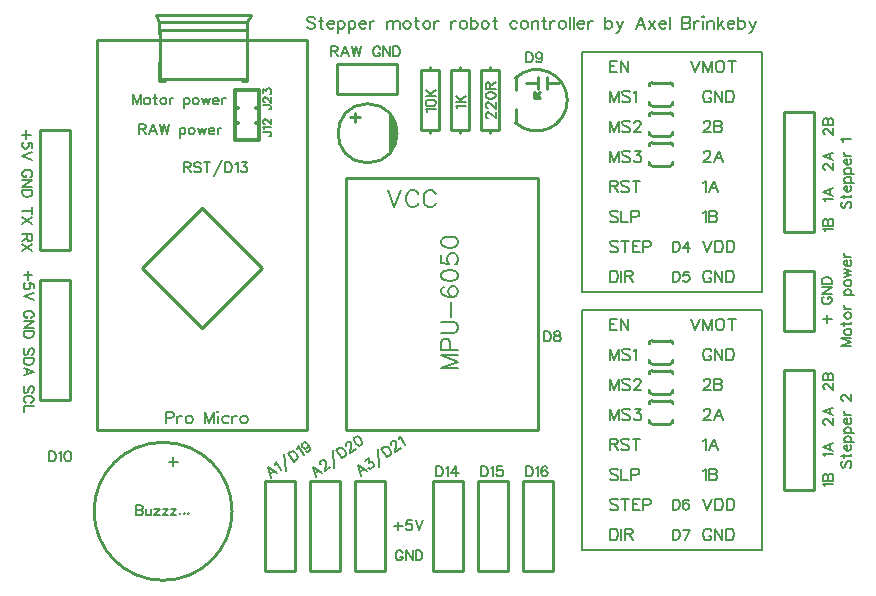
<source format=gto>
G04 ---------------------------- Layer name :TOP SILK LAYER*
G04 easyEDA 0.1*
G04 Scale: 100 percent, Rotated: No, Reflected: No *
G04 Dimensions in inches *
G04 leading zeros omitted , absolute positions ,2 integer and 4 * 
%FSLAX24Y24*%
%MOIN*%
G90*
G70D02*

%ADD10C,0.010000*%
%ADD11C,0.005000*%
%ADD12C,0.012000*%
%ADD13C,0.008000*%
%ADD14C,0.006000*%

%LPD*%
G54D10*
G01X3600Y38000D02*
G01X10600Y38000D01*
G01X10600Y25000D01*
G01X3600Y25000D01*
G01X3600Y38000D01*
G01X5000Y38000D01*
G01X5700Y38300D02*
G01X5700Y36700D01*
G01X8600Y36700D01*
G01X8600Y38300D01*
G01X12209Y35280D02*
G01X12209Y35590D01*
G01X12369Y35430D02*
G01X12039Y35430D01*
G01X11600Y36200D02*
G01X11600Y37200D01*
G01X13600Y37200D01*
G01X13600Y36200D01*
G01X11600Y36200D01*
G01X13200Y20300D02*
G01X12200Y20300D01*
G01X12200Y23300D01*
G01X13200Y23300D01*
G01X13200Y20300D01*
G01X17300Y20300D02*
G01X16300Y20300D01*
G01X16300Y23300D01*
G01X17300Y23300D01*
G01X17300Y20300D01*
G01X18800Y20300D02*
G01X17800Y20300D01*
G01X17800Y23300D01*
G01X18800Y23300D01*
G01X18800Y20300D01*
G01X22089Y36590D02*
G01X22710Y36590D01*
G01X22710Y35809D02*
G01X22089Y35809D01*
G01X22089Y35590D02*
G01X22710Y35590D01*
G01X22710Y34809D02*
G01X22089Y34809D01*
G01X22089Y34590D02*
G01X22710Y34590D01*
G01X22710Y33809D02*
G01X22089Y33809D01*
G01X22089Y27990D02*
G01X22710Y27990D01*
G01X22710Y27209D02*
G01X22089Y27209D01*
G01X22089Y26990D02*
G01X22710Y26990D01*
G01X22710Y26209D02*
G01X22089Y26209D01*
G01X22089Y25990D02*
G01X22710Y25990D01*
G01X22710Y25209D02*
G01X22089Y25209D01*
G01X16400Y35000D02*
G01X16400Y37000D01*
G01X16400Y37000D02*
G01X16700Y37000D01*
G01X16700Y37000D02*
G01X17000Y37000D01*
G01X17000Y37000D02*
G01X17000Y35000D01*
G01X17000Y35000D02*
G01X16700Y35000D01*
G01X16700Y35000D02*
G01X16400Y35000D01*
G01X16700Y37000D02*
G01X16700Y37100D01*
G01X16700Y35000D02*
G01X16700Y34900D01*
G01X14400Y35000D02*
G01X14400Y37000D01*
G01X14400Y37000D02*
G01X14700Y37000D01*
G01X14700Y37000D02*
G01X15000Y37000D01*
G01X15000Y37000D02*
G01X15000Y35000D01*
G01X15000Y35000D02*
G01X14700Y35000D01*
G01X14700Y35000D02*
G01X14400Y35000D01*
G01X14700Y37000D02*
G01X14700Y37100D01*
G01X14700Y35000D02*
G01X14700Y34900D01*
G01X16000Y37000D02*
G01X16000Y35000D01*
G01X16000Y35000D02*
G01X15700Y35000D01*
G01X15700Y35000D02*
G01X15400Y35000D01*
G01X15400Y35000D02*
G01X15400Y37000D01*
G01X15400Y37000D02*
G01X15700Y37000D01*
G01X15700Y37000D02*
G01X16000Y37000D01*
G01X15700Y35000D02*
G01X15700Y34900D01*
G01X15700Y37000D02*
G01X15700Y37100D01*
G01X11700Y20300D02*
G01X10700Y20300D01*
G01X10700Y23300D01*
G01X11700Y23300D01*
G01X11700Y20300D01*
G01X10200Y20300D02*
G01X9200Y20300D01*
G01X9200Y23300D01*
G01X10200Y23300D01*
G01X10200Y20300D01*
G01X5680Y38600D02*
G01X5550Y38830D01*
G01X8730Y38830D01*
G01X8600Y38600D01*
G01X5680Y38600D01*
G01X8590Y38350D02*
G01X5690Y38350D01*
G01X8440Y36630D02*
G01X8600Y36630D01*
G01X8600Y37240D01*
G01X5880Y36630D02*
G01X5680Y36630D01*
G01X5680Y37280D01*
G01X8600Y38219D02*
G01X8600Y38580D01*
G01X5680Y38219D02*
G01X5680Y38580D01*
G01X7100Y28400D02*
G01X5100Y30400D01*
G01X7100Y32400D01*
G01X9100Y30400D01*
G01X7100Y28400D01*
G01X27500Y31600D02*
G01X26500Y31600D01*
G01X26500Y35600D01*
G01X27500Y35600D01*
G01X27500Y31600D01*
G01X27500Y23000D02*
G01X26500Y23000D01*
G01X26500Y27000D01*
G01X27500Y27000D01*
G01X27500Y23000D01*
G01X1700Y30000D02*
G01X2700Y30000D01*
G01X2700Y26000D01*
G01X1700Y26000D01*
G01X1700Y30000D01*
G54D11*
G01X25750Y29600D02*
G01X19750Y29600D01*
G01X19750Y37600D01*
G01X25750Y37600D01*
G01X25750Y29600D01*
G01X25750Y21000D02*
G01X19750Y21000D01*
G01X19750Y29000D01*
G01X25750Y29000D01*
G01X25750Y21000D01*
G54D10*
G01X11900Y33400D02*
G01X18300Y33400D01*
G01X18300Y25000D01*
G01X11900Y25000D01*
G01X11900Y33400D01*
G01X18610Y36390D02*
G01X18610Y36590D01*
G01X18610Y36790D01*
G01X18300Y36390D02*
G01X18300Y36590D01*
G01X18300Y36790D01*
G01X18300Y36590D02*
G01X17910Y36590D01*
G01X19010Y36590D02*
G01X18610Y36590D01*
G01X18380Y36280D02*
G01X18180Y36080D01*
G01X18380Y36080D01*
G01X18180Y36280D01*
G01X18180Y36080D01*
G01X17550Y35250D02*
G01X17550Y35719D01*
G01X17550Y36750D02*
G01X17550Y36350D01*
G01X27500Y28300D02*
G01X26500Y28300D01*
G01X26500Y30300D01*
G01X27500Y30300D01*
G01X27500Y28300D01*
G01X15800Y20300D02*
G01X14800Y20300D01*
G01X14800Y23300D01*
G01X15800Y23300D01*
G01X15800Y20300D01*
G01X1700Y35000D02*
G01X2700Y35000D01*
G01X2700Y31000D01*
G01X1700Y31000D01*
G01X1700Y35000D01*
G54D12*
G01X8209Y34669D02*
G01X8990Y34669D01*
G01X8990Y34669D02*
G01X8990Y35240D01*
G01X8990Y35240D02*
G01X8990Y35759D01*
G01X8990Y35759D02*
G01X8990Y36330D01*
G01X8990Y36330D02*
G01X8209Y36330D01*
G01X8209Y36330D02*
G01X8209Y35759D01*
G01X8209Y35759D02*
G01X8209Y35240D01*
G01X8209Y35240D02*
G01X8209Y34669D01*
G01X8990Y35240D02*
G01X8900Y35240D01*
G01X8209Y35240D02*
G01X8300Y35240D01*
G01X8209Y35759D02*
G01X8300Y35759D01*
G01X8990Y35759D02*
G01X8900Y35759D01*
G54D13*
G01X28400Y27817D02*
G01X28734Y27817D01*
G01X28400Y27817D02*
G01X28734Y27944D01*
G01X28400Y28072D02*
G01X28734Y27944D01*
G01X28400Y28072D02*
G01X28734Y28072D01*
G01X28511Y28256D02*
G01X28527Y28224D01*
G01X28559Y28192D01*
G01X28607Y28177D01*
G01X28639Y28177D01*
G01X28686Y28192D01*
G01X28718Y28224D01*
G01X28734Y28256D01*
G01X28734Y28304D01*
G01X28718Y28336D01*
G01X28686Y28367D01*
G01X28639Y28383D01*
G01X28607Y28383D01*
G01X28559Y28367D01*
G01X28527Y28336D01*
G01X28511Y28304D01*
G01X28511Y28256D01*
G01X28400Y28536D02*
G01X28671Y28536D01*
G01X28718Y28552D01*
G01X28734Y28584D01*
G01X28734Y28616D01*
G01X28511Y28488D02*
G01X28511Y28600D01*
G01X28511Y28800D02*
G01X28527Y28768D01*
G01X28559Y28737D01*
G01X28607Y28721D01*
G01X28639Y28721D01*
G01X28686Y28737D01*
G01X28718Y28768D01*
G01X28734Y28800D01*
G01X28734Y28848D01*
G01X28718Y28880D01*
G01X28686Y28912D01*
G01X28639Y28927D01*
G01X28607Y28927D01*
G01X28559Y28912D01*
G01X28527Y28880D01*
G01X28511Y28848D01*
G01X28511Y28800D01*
G01X28511Y29032D02*
G01X28734Y29032D01*
G01X28607Y29032D02*
G01X28559Y29048D01*
G01X28527Y29080D01*
G01X28511Y29112D01*
G01X28511Y29160D01*
G01X28511Y29510D02*
G01X28846Y29510D01*
G01X28559Y29510D02*
G01X28527Y29542D01*
G01X28511Y29573D01*
G01X28511Y29621D01*
G01X28527Y29653D01*
G01X28559Y29685D01*
G01X28607Y29701D01*
G01X28639Y29701D01*
G01X28686Y29685D01*
G01X28718Y29653D01*
G01X28734Y29621D01*
G01X28734Y29573D01*
G01X28718Y29542D01*
G01X28686Y29510D01*
G01X28511Y29885D02*
G01X28527Y29853D01*
G01X28559Y29822D01*
G01X28607Y29806D01*
G01X28639Y29806D01*
G01X28686Y29822D01*
G01X28718Y29853D01*
G01X28734Y29885D01*
G01X28734Y29933D01*
G01X28718Y29965D01*
G01X28686Y29997D01*
G01X28639Y30012D01*
G01X28607Y30012D01*
G01X28559Y29997D01*
G01X28527Y29965D01*
G01X28511Y29933D01*
G01X28511Y29885D01*
G01X28511Y30117D02*
G01X28734Y30181D01*
G01X28511Y30245D02*
G01X28734Y30181D01*
G01X28511Y30245D02*
G01X28734Y30308D01*
G01X28511Y30372D02*
G01X28734Y30308D01*
G01X28607Y30477D02*
G01X28607Y30668D01*
G01X28575Y30668D01*
G01X28543Y30652D01*
G01X28527Y30636D01*
G01X28511Y30604D01*
G01X28511Y30557D01*
G01X28527Y30525D01*
G01X28559Y30493D01*
G01X28607Y30477D01*
G01X28639Y30477D01*
G01X28686Y30493D01*
G01X28718Y30525D01*
G01X28734Y30557D01*
G01X28734Y30604D01*
G01X28718Y30636D01*
G01X28686Y30668D01*
G01X28511Y30773D02*
G01X28734Y30773D01*
G01X28607Y30773D02*
G01X28559Y30789D01*
G01X28527Y30821D01*
G01X28511Y30852D01*
G01X28511Y30900D01*
G01X28448Y32623D02*
G01X28416Y32590D01*
G01X28400Y32542D01*
G01X28400Y32480D01*
G01X28416Y32432D01*
G01X28448Y32400D01*
G01X28480Y32400D01*
G01X28511Y32415D01*
G01X28527Y32432D01*
G01X28543Y32463D01*
G01X28575Y32559D01*
G01X28591Y32590D01*
G01X28607Y32607D01*
G01X28639Y32623D01*
G01X28686Y32623D01*
G01X28718Y32590D01*
G01X28734Y32542D01*
G01X28734Y32480D01*
G01X28718Y32432D01*
G01X28686Y32400D01*
G01X28400Y32775D02*
G01X28671Y32775D01*
G01X28718Y32790D01*
G01X28734Y32823D01*
G01X28734Y32855D01*
G01X28511Y32728D02*
G01X28511Y32838D01*
G01X28607Y32959D02*
G01X28607Y33151D01*
G01X28575Y33151D01*
G01X28543Y33134D01*
G01X28527Y33119D01*
G01X28511Y33086D01*
G01X28511Y33040D01*
G01X28527Y33007D01*
G01X28559Y32976D01*
G01X28607Y32959D01*
G01X28639Y32959D01*
G01X28686Y32976D01*
G01X28718Y33007D01*
G01X28734Y33040D01*
G01X28734Y33086D01*
G01X28718Y33119D01*
G01X28686Y33151D01*
G01X28511Y33255D02*
G01X28846Y33255D01*
G01X28559Y33255D02*
G01X28527Y33288D01*
G01X28511Y33319D01*
G01X28511Y33367D01*
G01X28527Y33398D01*
G01X28559Y33430D01*
G01X28607Y33446D01*
G01X28639Y33446D01*
G01X28686Y33430D01*
G01X28718Y33398D01*
G01X28734Y33367D01*
G01X28734Y33319D01*
G01X28718Y33288D01*
G01X28686Y33255D01*
G01X28511Y33552D02*
G01X28846Y33552D01*
G01X28559Y33552D02*
G01X28527Y33584D01*
G01X28511Y33615D01*
G01X28511Y33663D01*
G01X28527Y33694D01*
G01X28559Y33727D01*
G01X28607Y33742D01*
G01X28639Y33742D01*
G01X28686Y33727D01*
G01X28718Y33694D01*
G01X28734Y33663D01*
G01X28734Y33615D01*
G01X28718Y33584D01*
G01X28686Y33552D01*
G01X28607Y33848D02*
G01X28607Y34038D01*
G01X28575Y34038D01*
G01X28543Y34023D01*
G01X28527Y34007D01*
G01X28511Y33975D01*
G01X28511Y33927D01*
G01X28527Y33894D01*
G01X28559Y33863D01*
G01X28607Y33848D01*
G01X28639Y33848D01*
G01X28686Y33863D01*
G01X28718Y33894D01*
G01X28734Y33927D01*
G01X28734Y33975D01*
G01X28718Y34007D01*
G01X28686Y34038D01*
G01X28511Y34144D02*
G01X28734Y34144D01*
G01X28607Y34144D02*
G01X28559Y34159D01*
G01X28527Y34190D01*
G01X28511Y34223D01*
G01X28511Y34271D01*
G01X28464Y34621D02*
G01X28448Y34653D01*
G01X28400Y34700D01*
G01X28734Y34700D01*
G01X28448Y23979D02*
G01X28416Y23947D01*
G01X28400Y23899D01*
G01X28400Y23836D01*
G01X28416Y23788D01*
G01X28448Y23756D01*
G01X28480Y23756D01*
G01X28511Y23772D01*
G01X28527Y23788D01*
G01X28543Y23820D01*
G01X28575Y23915D01*
G01X28591Y23947D01*
G01X28607Y23963D01*
G01X28639Y23979D01*
G01X28686Y23979D01*
G01X28718Y23947D01*
G01X28734Y23899D01*
G01X28734Y23836D01*
G01X28718Y23788D01*
G01X28686Y23756D01*
G01X28400Y24131D02*
G01X28671Y24131D01*
G01X28718Y24147D01*
G01X28734Y24179D01*
G01X28734Y24211D01*
G01X28511Y24084D02*
G01X28511Y24195D01*
G01X28607Y24316D02*
G01X28607Y24507D01*
G01X28575Y24507D01*
G01X28543Y24491D01*
G01X28527Y24475D01*
G01X28511Y24443D01*
G01X28511Y24396D01*
G01X28527Y24364D01*
G01X28559Y24332D01*
G01X28607Y24316D01*
G01X28639Y24316D01*
G01X28686Y24332D01*
G01X28718Y24364D01*
G01X28734Y24396D01*
G01X28734Y24443D01*
G01X28718Y24475D01*
G01X28686Y24507D01*
G01X28511Y24612D02*
G01X28846Y24612D01*
G01X28559Y24612D02*
G01X28527Y24644D01*
G01X28511Y24676D01*
G01X28511Y24723D01*
G01X28527Y24755D01*
G01X28559Y24787D01*
G01X28607Y24803D01*
G01X28639Y24803D01*
G01X28686Y24787D01*
G01X28718Y24755D01*
G01X28734Y24723D01*
G01X28734Y24676D01*
G01X28718Y24644D01*
G01X28686Y24612D01*
G01X28511Y24908D02*
G01X28846Y24908D01*
G01X28559Y24908D02*
G01X28527Y24940D01*
G01X28511Y24971D01*
G01X28511Y25019D01*
G01X28527Y25051D01*
G01X28559Y25083D01*
G01X28607Y25099D01*
G01X28639Y25099D01*
G01X28686Y25083D01*
G01X28718Y25051D01*
G01X28734Y25019D01*
G01X28734Y24971D01*
G01X28718Y24940D01*
G01X28686Y24908D01*
G01X28607Y25204D02*
G01X28607Y25395D01*
G01X28575Y25395D01*
G01X28543Y25379D01*
G01X28527Y25363D01*
G01X28511Y25331D01*
G01X28511Y25283D01*
G01X28527Y25251D01*
G01X28559Y25220D01*
G01X28607Y25204D01*
G01X28639Y25204D01*
G01X28686Y25220D01*
G01X28718Y25251D01*
G01X28734Y25283D01*
G01X28734Y25331D01*
G01X28718Y25363D01*
G01X28686Y25395D01*
G01X28511Y25500D02*
G01X28734Y25500D01*
G01X28607Y25500D02*
G01X28559Y25516D01*
G01X28527Y25547D01*
G01X28511Y25579D01*
G01X28511Y25627D01*
G01X28480Y25993D02*
G01X28464Y25993D01*
G01X28432Y26009D01*
G01X28416Y26025D01*
G01X28400Y26056D01*
G01X28400Y26120D01*
G01X28416Y26152D01*
G01X28432Y26168D01*
G01X28464Y26184D01*
G01X28496Y26184D01*
G01X28527Y26168D01*
G01X28575Y26136D01*
G01X28734Y25977D01*
G01X28734Y26200D01*
G01X27797Y28713D02*
G01X28084Y28713D01*
G01X27940Y28569D02*
G01X27940Y28855D01*
G01X27830Y29444D02*
G01X27797Y29428D01*
G01X27765Y29396D01*
G01X27750Y29365D01*
G01X27750Y29302D01*
G01X27765Y29269D01*
G01X27797Y29238D01*
G01X27830Y29221D01*
G01X27877Y29205D01*
G01X27956Y29205D01*
G01X28005Y29221D01*
G01X28035Y29238D01*
G01X28068Y29269D01*
G01X28084Y29302D01*
G01X28084Y29365D01*
G01X28068Y29396D01*
G01X28035Y29428D01*
G01X28005Y29444D01*
G01X27956Y29444D01*
G01X27956Y29365D02*
G01X27956Y29444D01*
G01X27750Y29550D02*
G01X28084Y29550D01*
G01X27750Y29550D02*
G01X28084Y29773D01*
G01X27750Y29773D02*
G01X28084Y29773D01*
G01X27750Y29878D02*
G01X28084Y29878D01*
G01X27750Y29878D02*
G01X27750Y29988D01*
G01X27765Y30036D01*
G01X27797Y30069D01*
G01X27830Y30084D01*
G01X27877Y30100D01*
G01X27956Y30100D01*
G01X28005Y30084D01*
G01X28035Y30069D01*
G01X28068Y30036D01*
G01X28084Y29988D01*
G01X28084Y29878D01*
G01X1386Y34857D02*
G01X1100Y34857D01*
G01X1243Y35000D02*
G01X1243Y34714D01*
G01X1434Y34418D02*
G01X1434Y34577D01*
G01X1291Y34593D01*
G01X1307Y34577D01*
G01X1323Y34529D01*
G01X1323Y34481D01*
G01X1307Y34434D01*
G01X1275Y34402D01*
G01X1227Y34386D01*
G01X1195Y34386D01*
G01X1148Y34402D01*
G01X1116Y34434D01*
G01X1100Y34481D01*
G01X1100Y34529D01*
G01X1116Y34577D01*
G01X1132Y34593D01*
G01X1163Y34609D01*
G01X1434Y34281D02*
G01X1100Y34154D01*
G01X1434Y34026D02*
G01X1100Y34154D01*
G01X1354Y33438D02*
G01X1386Y33454D01*
G01X1418Y33485D01*
G01X1434Y33517D01*
G01X1434Y33581D01*
G01X1418Y33613D01*
G01X1386Y33645D01*
G01X1354Y33660D01*
G01X1307Y33676D01*
G01X1227Y33676D01*
G01X1179Y33660D01*
G01X1148Y33645D01*
G01X1116Y33613D01*
G01X1100Y33581D01*
G01X1100Y33517D01*
G01X1116Y33485D01*
G01X1148Y33454D01*
G01X1179Y33438D01*
G01X1227Y33438D01*
G01X1227Y33517D02*
G01X1227Y33438D01*
G01X1434Y33333D02*
G01X1100Y33333D01*
G01X1434Y33333D02*
G01X1100Y33110D01*
G01X1434Y33110D02*
G01X1100Y33110D01*
G01X1434Y33005D02*
G01X1100Y33005D01*
G01X1434Y33005D02*
G01X1434Y32894D01*
G01X1418Y32846D01*
G01X1386Y32814D01*
G01X1354Y32798D01*
G01X1307Y32782D01*
G01X1227Y32782D01*
G01X1179Y32798D01*
G01X1148Y32814D01*
G01X1116Y32846D01*
G01X1100Y32894D01*
G01X1100Y33005D01*
G01X1434Y32321D02*
G01X1100Y32321D01*
G01X1434Y32432D02*
G01X1434Y32210D01*
G01X1434Y32105D02*
G01X1100Y31882D01*
G01X1434Y31882D02*
G01X1100Y32105D01*
G01X1434Y31532D02*
G01X1100Y31532D01*
G01X1434Y31532D02*
G01X1434Y31389D01*
G01X1418Y31341D01*
G01X1402Y31325D01*
G01X1370Y31309D01*
G01X1338Y31309D01*
G01X1307Y31325D01*
G01X1291Y31341D01*
G01X1275Y31389D01*
G01X1275Y31532D01*
G01X1275Y31420D02*
G01X1100Y31309D01*
G01X1434Y31204D02*
G01X1100Y30981D01*
G01X1434Y30981D02*
G01X1100Y31204D01*
G01X1434Y30166D02*
G01X1148Y30166D01*
G01X1291Y30309D02*
G01X1291Y30023D01*
G01X1482Y29727D02*
G01X1482Y29886D01*
G01X1339Y29902D01*
G01X1355Y29886D01*
G01X1371Y29838D01*
G01X1371Y29790D01*
G01X1355Y29743D01*
G01X1323Y29711D01*
G01X1275Y29695D01*
G01X1243Y29695D01*
G01X1196Y29711D01*
G01X1164Y29743D01*
G01X1148Y29790D01*
G01X1148Y29838D01*
G01X1164Y29886D01*
G01X1180Y29902D01*
G01X1211Y29918D01*
G01X1482Y29590D02*
G01X1148Y29463D01*
G01X1482Y29335D02*
G01X1148Y29463D01*
G01X1402Y28747D02*
G01X1434Y28763D01*
G01X1466Y28794D01*
G01X1482Y28826D01*
G01X1482Y28890D01*
G01X1466Y28922D01*
G01X1434Y28954D01*
G01X1402Y28969D01*
G01X1355Y28985D01*
G01X1275Y28985D01*
G01X1227Y28969D01*
G01X1196Y28954D01*
G01X1164Y28922D01*
G01X1148Y28890D01*
G01X1148Y28826D01*
G01X1164Y28794D01*
G01X1196Y28763D01*
G01X1227Y28747D01*
G01X1275Y28747D01*
G01X1275Y28826D02*
G01X1275Y28747D01*
G01X1482Y28642D02*
G01X1148Y28642D01*
G01X1482Y28642D02*
G01X1148Y28419D01*
G01X1482Y28419D02*
G01X1148Y28419D01*
G01X1482Y28314D02*
G01X1148Y28314D01*
G01X1482Y28314D02*
G01X1482Y28203D01*
G01X1466Y28155D01*
G01X1434Y28123D01*
G01X1402Y28107D01*
G01X1355Y28091D01*
G01X1275Y28091D01*
G01X1227Y28107D01*
G01X1196Y28123D01*
G01X1164Y28155D01*
G01X1148Y28203D01*
G01X1148Y28314D01*
G01X1434Y27519D02*
G01X1466Y27550D01*
G01X1482Y27598D01*
G01X1482Y27662D01*
G01X1466Y27709D01*
G01X1434Y27741D01*
G01X1402Y27741D01*
G01X1371Y27725D01*
G01X1355Y27709D01*
G01X1339Y27678D01*
G01X1307Y27582D01*
G01X1291Y27550D01*
G01X1275Y27534D01*
G01X1243Y27519D01*
G01X1196Y27519D01*
G01X1164Y27550D01*
G01X1148Y27598D01*
G01X1148Y27662D01*
G01X1164Y27709D01*
G01X1196Y27741D01*
G01X1482Y27414D02*
G01X1148Y27414D01*
G01X1482Y27414D02*
G01X1482Y27302D01*
G01X1466Y27254D01*
G01X1434Y27223D01*
G01X1402Y27207D01*
G01X1355Y27191D01*
G01X1275Y27191D01*
G01X1227Y27207D01*
G01X1196Y27223D01*
G01X1164Y27254D01*
G01X1148Y27302D01*
G01X1148Y27414D01*
G01X1482Y26959D02*
G01X1148Y27086D01*
G01X1482Y26959D02*
G01X1148Y26831D01*
G01X1259Y27038D02*
G01X1259Y26879D01*
G01X1434Y26259D02*
G01X1466Y26290D01*
G01X1482Y26338D01*
G01X1482Y26402D01*
G01X1466Y26449D01*
G01X1434Y26481D01*
G01X1402Y26481D01*
G01X1371Y26465D01*
G01X1355Y26449D01*
G01X1339Y26418D01*
G01X1307Y26322D01*
G01X1291Y26290D01*
G01X1275Y26274D01*
G01X1243Y26259D01*
G01X1196Y26259D01*
G01X1164Y26290D01*
G01X1148Y26338D01*
G01X1148Y26402D01*
G01X1164Y26449D01*
G01X1196Y26481D01*
G01X1402Y25915D02*
G01X1434Y25931D01*
G01X1466Y25963D01*
G01X1482Y25994D01*
G01X1482Y26058D01*
G01X1466Y26090D01*
G01X1434Y26122D01*
G01X1402Y26138D01*
G01X1355Y26154D01*
G01X1275Y26154D01*
G01X1227Y26138D01*
G01X1196Y26122D01*
G01X1164Y26090D01*
G01X1148Y26058D01*
G01X1148Y25994D01*
G01X1164Y25963D01*
G01X1196Y25931D01*
G01X1227Y25915D01*
G01X1482Y25810D02*
G01X1148Y25810D01*
G01X1148Y25810D02*
G01X1148Y25619D01*
G01X9300Y23764D02*
G01X9387Y23417D01*
G01X9300Y23764D02*
G01X9596Y23564D01*
G01X9363Y23536D02*
G01X9493Y23627D01*
G01X9527Y23845D02*
G01X9543Y23876D01*
G01X9555Y23943D01*
G01X9747Y23669D01*
G01X9839Y24219D02*
G01X9897Y23638D01*
G01X9961Y24227D02*
G01X10153Y23954D01*
G01X9961Y24227D02*
G01X10053Y24291D01*
G01X10102Y24306D01*
G01X10145Y24297D01*
G01X10177Y24280D01*
G01X10217Y24251D01*
G01X10263Y24186D01*
G01X10277Y24137D01*
G01X10282Y24102D01*
G01X10275Y24058D01*
G01X10245Y24018D01*
G01X10153Y23954D01*
G01X10267Y24363D02*
G01X10284Y24394D01*
G01X10296Y24461D01*
G01X10487Y24188D01*
G01X10615Y24549D02*
G01X10629Y24501D01*
G01X10621Y24456D01*
G01X10591Y24415D01*
G01X10578Y24406D01*
G01X10530Y24392D01*
G01X10486Y24400D01*
G01X10445Y24430D01*
G01X10437Y24443D01*
G01X10422Y24491D01*
G01X10429Y24535D01*
G01X10459Y24576D01*
G01X10473Y24585D01*
G01X10521Y24599D01*
G01X10566Y24592D01*
G01X10615Y24549D01*
G01X10661Y24484D01*
G01X10693Y24409D01*
G01X10694Y24352D01*
G01X10664Y24311D01*
G01X10638Y24293D01*
G01X10590Y24279D01*
G01X10559Y24296D01*
G01X10800Y23790D02*
G01X10887Y23444D01*
G01X10800Y23790D02*
G01X11096Y23590D01*
G01X10863Y23563D02*
G01X10993Y23654D01*
G01X11049Y23867D02*
G01X11039Y23880D01*
G01X11034Y23916D01*
G01X11038Y23938D01*
G01X11055Y23969D01*
G01X11107Y24006D01*
G01X11143Y24011D01*
G01X11164Y24007D01*
G01X11196Y23990D01*
G01X11214Y23964D01*
G01X11219Y23929D01*
G01X11221Y23872D01*
G01X11182Y23651D01*
G01X11364Y23778D01*
G01X11457Y24329D02*
G01X11514Y23746D01*
G01X11579Y24337D02*
G01X11771Y24063D01*
G01X11579Y24337D02*
G01X11670Y24400D01*
G01X11719Y24415D01*
G01X11763Y24407D01*
G01X11794Y24389D01*
G01X11834Y24360D01*
G01X11880Y24294D01*
G01X11894Y24246D01*
G01X11900Y24212D01*
G01X11892Y24167D01*
G01X11862Y24127D01*
G01X11771Y24063D01*
G01X11906Y24468D02*
G01X11897Y24481D01*
G01X11892Y24516D01*
G01X11896Y24539D01*
G01X11913Y24570D01*
G01X11965Y24607D01*
G01X12000Y24611D01*
G01X12022Y24607D01*
G01X12053Y24590D01*
G01X12072Y24564D01*
G01X12077Y24530D01*
G01X12078Y24472D01*
G01X12039Y24250D01*
G01X12221Y24378D01*
G01X12195Y24767D02*
G01X12164Y24727D01*
G01X12166Y24669D01*
G01X12198Y24595D01*
G01X12225Y24556D01*
G01X12284Y24499D01*
G01X12338Y24479D01*
G01X12386Y24494D01*
G01X12411Y24511D01*
G01X12442Y24552D01*
G01X12441Y24609D01*
G01X12408Y24684D01*
G01X12381Y24723D01*
G01X12322Y24779D01*
G01X12268Y24799D01*
G01X12220Y24785D01*
G01X12195Y24767D01*
G01X12299Y23832D02*
G01X12387Y23485D01*
G01X12299Y23832D02*
G01X12596Y23632D01*
G01X12363Y23604D02*
G01X12493Y23695D01*
G01X12516Y23983D02*
G01X12659Y24084D01*
G01X12654Y23925D01*
G01X12693Y23953D01*
G01X12728Y23957D01*
G01X12750Y23953D01*
G01X12791Y23923D01*
G01X12809Y23897D01*
G01X12823Y23849D01*
G01X12816Y23805D01*
G01X12786Y23765D01*
G01X12747Y23737D01*
G01X12698Y23723D01*
G01X12676Y23727D01*
G01X12646Y23744D01*
G01X12957Y24370D02*
G01X13014Y23788D01*
G01X13079Y24378D02*
G01X13271Y24104D01*
G01X13079Y24378D02*
G01X13170Y24442D01*
G01X13219Y24456D01*
G01X13263Y24448D01*
G01X13294Y24431D01*
G01X13334Y24401D01*
G01X13380Y24336D01*
G01X13394Y24287D01*
G01X13400Y24253D01*
G01X13392Y24209D01*
G01X13362Y24168D01*
G01X13271Y24104D01*
G01X13406Y24509D02*
G01X13397Y24522D01*
G01X13392Y24558D01*
G01X13396Y24580D01*
G01X13413Y24611D01*
G01X13465Y24648D01*
G01X13500Y24653D01*
G01X13522Y24649D01*
G01X13553Y24632D01*
G01X13572Y24606D01*
G01X13576Y24571D01*
G01X13578Y24513D01*
G01X13539Y24292D01*
G01X13721Y24420D01*
G01X13653Y24701D02*
G01X13670Y24733D01*
G01X13681Y24799D01*
G01X13873Y24526D01*
G01X14900Y23800D02*
G01X14900Y23466D01*
G01X14900Y23800D02*
G01X15010Y23800D01*
G01X15059Y23784D01*
G01X15090Y23752D01*
G01X15106Y23720D01*
G01X15122Y23673D01*
G01X15122Y23593D01*
G01X15106Y23545D01*
G01X15090Y23514D01*
G01X15059Y23482D01*
G01X15010Y23466D01*
G01X14900Y23466D01*
G01X15227Y23736D02*
G01X15260Y23752D01*
G01X15306Y23800D01*
G01X15306Y23466D01*
G01X15571Y23800D02*
G01X15411Y23577D01*
G01X15651Y23577D01*
G01X15571Y23800D02*
G01X15571Y23466D01*
G01X16400Y23800D02*
G01X16400Y23466D01*
G01X16400Y23800D02*
G01X16510Y23800D01*
G01X16559Y23784D01*
G01X16590Y23752D01*
G01X16606Y23720D01*
G01X16622Y23673D01*
G01X16622Y23593D01*
G01X16606Y23545D01*
G01X16590Y23514D01*
G01X16559Y23482D01*
G01X16510Y23466D01*
G01X16400Y23466D01*
G01X16727Y23736D02*
G01X16760Y23752D01*
G01X16806Y23800D01*
G01X16806Y23466D01*
G01X17102Y23800D02*
G01X16943Y23800D01*
G01X16927Y23657D01*
G01X16943Y23673D01*
G01X16992Y23689D01*
G01X17039Y23689D01*
G01X17086Y23673D01*
G01X17118Y23641D01*
G01X17135Y23593D01*
G01X17135Y23561D01*
G01X17118Y23514D01*
G01X17086Y23482D01*
G01X17039Y23466D01*
G01X16992Y23466D01*
G01X16943Y23482D01*
G01X16927Y23498D01*
G01X16911Y23529D01*
G01X17900Y23799D02*
G01X17900Y23465D01*
G01X17900Y23799D02*
G01X18010Y23799D01*
G01X18059Y23783D01*
G01X18090Y23751D01*
G01X18106Y23719D01*
G01X18122Y23672D01*
G01X18122Y23592D01*
G01X18106Y23544D01*
G01X18090Y23513D01*
G01X18059Y23481D01*
G01X18010Y23465D01*
G01X17900Y23465D01*
G01X18227Y23735D02*
G01X18260Y23751D01*
G01X18306Y23799D01*
G01X18306Y23465D01*
G01X18602Y23751D02*
G01X18586Y23783D01*
G01X18539Y23799D01*
G01X18507Y23799D01*
G01X18460Y23783D01*
G01X18427Y23735D01*
G01X18411Y23656D01*
G01X18411Y23576D01*
G01X18427Y23513D01*
G01X18460Y23481D01*
G01X18507Y23465D01*
G01X18523Y23465D01*
G01X18571Y23481D01*
G01X18602Y23513D01*
G01X18618Y23560D01*
G01X18618Y23576D01*
G01X18602Y23624D01*
G01X18571Y23656D01*
G01X18523Y23672D01*
G01X18507Y23672D01*
G01X18460Y23656D01*
G01X18427Y23624D01*
G01X18411Y23576D01*
G01X13642Y21952D02*
G01X13642Y21666D01*
G01X13499Y21809D02*
G01X13785Y21809D01*
G01X14081Y22000D02*
G01X13922Y22000D01*
G01X13906Y21857D01*
G01X13922Y21873D01*
G01X13970Y21889D01*
G01X14018Y21889D01*
G01X14065Y21873D01*
G01X14097Y21841D01*
G01X14113Y21793D01*
G01X14113Y21761D01*
G01X14097Y21714D01*
G01X14065Y21682D01*
G01X14018Y21666D01*
G01X13970Y21666D01*
G01X13922Y21682D01*
G01X13906Y21698D01*
G01X13890Y21729D01*
G01X14218Y22000D02*
G01X14345Y21666D01*
G01X14473Y22000D02*
G01X14345Y21666D01*
G01X11399Y37799D02*
G01X11399Y37465D01*
G01X11399Y37799D02*
G01X11542Y37799D01*
G01X11590Y37783D01*
G01X11606Y37767D01*
G01X11622Y37735D01*
G01X11622Y37703D01*
G01X11606Y37672D01*
G01X11590Y37656D01*
G01X11542Y37640D01*
G01X11399Y37640D01*
G01X11510Y37640D02*
G01X11622Y37465D01*
G01X11854Y37799D02*
G01X11727Y37465D01*
G01X11854Y37799D02*
G01X11981Y37465D01*
G01X11774Y37576D02*
G01X11934Y37576D01*
G01X12086Y37799D02*
G01X12166Y37465D01*
G01X12245Y37799D02*
G01X12166Y37465D01*
G01X12245Y37799D02*
G01X12325Y37465D01*
G01X12404Y37799D02*
G01X12325Y37465D01*
G01X17900Y37600D02*
G01X17900Y37266D01*
G01X17900Y37600D02*
G01X18010Y37600D01*
G01X18059Y37584D01*
G01X18090Y37552D01*
G01X18106Y37520D01*
G01X18122Y37473D01*
G01X18122Y37393D01*
G01X18106Y37345D01*
G01X18090Y37314D01*
G01X18059Y37282D01*
G01X18010Y37266D01*
G01X17900Y37266D01*
G01X18435Y37489D02*
G01X18418Y37441D01*
G01X18386Y37409D01*
G01X18339Y37393D01*
G01X18322Y37393D01*
G01X18275Y37409D01*
G01X18243Y37441D01*
G01X18227Y37489D01*
G01X18227Y37504D01*
G01X18243Y37552D01*
G01X18275Y37584D01*
G01X18322Y37600D01*
G01X18339Y37600D01*
G01X18386Y37584D01*
G01X18418Y37552D01*
G01X18435Y37489D01*
G01X18435Y37409D01*
G01X18418Y37329D01*
G01X18386Y37282D01*
G01X18339Y37266D01*
G01X18306Y37266D01*
G01X18260Y37282D01*
G01X18243Y37314D01*
G01X10867Y38723D02*
G01X10828Y38761D01*
G01X10772Y38780D01*
G01X10694Y38780D01*
G01X10638Y38761D01*
G01X10600Y38723D01*
G01X10600Y38685D01*
G01X10618Y38646D01*
G01X10638Y38627D01*
G01X10676Y38608D01*
G01X10790Y38570D01*
G01X10828Y38551D01*
G01X10847Y38532D01*
G01X10867Y38494D01*
G01X10867Y38436D01*
G01X10828Y38398D01*
G01X10772Y38379D01*
G01X10694Y38379D01*
G01X10638Y38398D01*
G01X10600Y38436D01*
G01X11051Y38780D02*
G01X11051Y38456D01*
G01X11069Y38398D01*
G01X11107Y38379D01*
G01X11146Y38379D01*
G01X10993Y38646D02*
G01X11127Y38646D01*
G01X11272Y38532D02*
G01X11501Y38532D01*
G01X11501Y38570D01*
G01X11481Y38608D01*
G01X11463Y38627D01*
G01X11425Y38646D01*
G01X11367Y38646D01*
G01X11328Y38627D01*
G01X11290Y38589D01*
G01X11272Y38532D01*
G01X11272Y38494D01*
G01X11290Y38436D01*
G01X11328Y38398D01*
G01X11367Y38379D01*
G01X11425Y38379D01*
G01X11463Y38398D01*
G01X11501Y38436D01*
G01X11627Y38646D02*
G01X11627Y38246D01*
G01X11627Y38589D02*
G01X11664Y38627D01*
G01X11702Y38646D01*
G01X11760Y38646D01*
G01X11798Y38627D01*
G01X11836Y38589D01*
G01X11856Y38532D01*
G01X11856Y38494D01*
G01X11836Y38436D01*
G01X11798Y38398D01*
G01X11760Y38379D01*
G01X11702Y38379D01*
G01X11664Y38398D01*
G01X11627Y38436D01*
G01X11981Y38646D02*
G01X11981Y38246D01*
G01X11981Y38589D02*
G01X12019Y38627D01*
G01X12059Y38646D01*
G01X12115Y38646D01*
G01X12153Y38627D01*
G01X12192Y38589D01*
G01X12210Y38532D01*
G01X12210Y38494D01*
G01X12192Y38436D01*
G01X12153Y38398D01*
G01X12115Y38379D01*
G01X12059Y38379D01*
G01X12019Y38398D01*
G01X11981Y38436D01*
G01X12336Y38532D02*
G01X12565Y38532D01*
G01X12565Y38570D01*
G01X12547Y38608D01*
G01X12527Y38627D01*
G01X12489Y38646D01*
G01X12432Y38646D01*
G01X12394Y38627D01*
G01X12356Y38589D01*
G01X12336Y38532D01*
G01X12336Y38494D01*
G01X12356Y38436D01*
G01X12394Y38398D01*
G01X12432Y38379D01*
G01X12489Y38379D01*
G01X12527Y38398D01*
G01X12565Y38436D01*
G01X12692Y38646D02*
G01X12692Y38379D01*
G01X12692Y38532D02*
G01X12710Y38589D01*
G01X12750Y38627D01*
G01X12788Y38646D01*
G01X12844Y38646D01*
G01X13264Y38646D02*
G01X13264Y38379D01*
G01X13264Y38570D02*
G01X13322Y38627D01*
G01X13360Y38646D01*
G01X13418Y38646D01*
G01X13456Y38627D01*
G01X13475Y38570D01*
G01X13475Y38379D01*
G01X13475Y38570D02*
G01X13531Y38627D01*
G01X13571Y38646D01*
G01X13627Y38646D01*
G01X13665Y38627D01*
G01X13685Y38570D01*
G01X13685Y38379D01*
G01X13906Y38646D02*
G01X13868Y38627D01*
G01X13830Y38589D01*
G01X13810Y38532D01*
G01X13810Y38494D01*
G01X13830Y38436D01*
G01X13868Y38398D01*
G01X13906Y38379D01*
G01X13964Y38379D01*
G01X14002Y38398D01*
G01X14039Y38436D01*
G01X14059Y38494D01*
G01X14059Y38532D01*
G01X14039Y38589D01*
G01X14002Y38627D01*
G01X13964Y38646D01*
G01X13906Y38646D01*
G01X14243Y38780D02*
G01X14243Y38456D01*
G01X14261Y38398D01*
G01X14300Y38379D01*
G01X14338Y38379D01*
G01X14185Y38646D02*
G01X14318Y38646D01*
G01X14559Y38646D02*
G01X14521Y38627D01*
G01X14482Y38589D01*
G01X14464Y38532D01*
G01X14464Y38494D01*
G01X14482Y38436D01*
G01X14521Y38398D01*
G01X14559Y38379D01*
G01X14617Y38379D01*
G01X14655Y38398D01*
G01X14693Y38436D01*
G01X14711Y38494D01*
G01X14711Y38532D01*
G01X14693Y38589D01*
G01X14655Y38627D01*
G01X14617Y38646D01*
G01X14559Y38646D01*
G01X14838Y38646D02*
G01X14838Y38379D01*
G01X14838Y38532D02*
G01X14856Y38589D01*
G01X14894Y38627D01*
G01X14934Y38646D01*
G01X14990Y38646D01*
G01X15410Y38646D02*
G01X15410Y38379D01*
G01X15410Y38532D02*
G01X15430Y38589D01*
G01X15468Y38627D01*
G01X15506Y38646D01*
G01X15564Y38646D01*
G01X15785Y38646D02*
G01X15747Y38627D01*
G01X15709Y38589D01*
G01X15689Y38532D01*
G01X15689Y38494D01*
G01X15709Y38436D01*
G01X15747Y38398D01*
G01X15785Y38379D01*
G01X15842Y38379D01*
G01X15881Y38398D01*
G01X15918Y38436D01*
G01X15938Y38494D01*
G01X15938Y38532D01*
G01X15918Y38589D01*
G01X15881Y38627D01*
G01X15842Y38646D01*
G01X15785Y38646D01*
G01X16064Y38780D02*
G01X16064Y38379D01*
G01X16064Y38589D02*
G01X16102Y38627D01*
G01X16139Y38646D01*
G01X16197Y38646D01*
G01X16235Y38627D01*
G01X16273Y38589D01*
G01X16293Y38532D01*
G01X16293Y38494D01*
G01X16273Y38436D01*
G01X16235Y38398D01*
G01X16197Y38379D01*
G01X16139Y38379D01*
G01X16102Y38398D01*
G01X16064Y38436D01*
G01X16514Y38646D02*
G01X16476Y38627D01*
G01X16438Y38589D01*
G01X16418Y38532D01*
G01X16418Y38494D01*
G01X16438Y38436D01*
G01X16476Y38398D01*
G01X16514Y38379D01*
G01X16572Y38379D01*
G01X16610Y38398D01*
G01X16647Y38436D01*
G01X16667Y38494D01*
G01X16667Y38532D01*
G01X16647Y38589D01*
G01X16610Y38627D01*
G01X16572Y38646D01*
G01X16514Y38646D01*
G01X16850Y38780D02*
G01X16850Y38456D01*
G01X16868Y38398D01*
G01X16907Y38379D01*
G01X16946Y38379D01*
G01X16793Y38646D02*
G01X16927Y38646D01*
G01X17594Y38589D02*
G01X17556Y38627D01*
G01X17518Y38646D01*
G01X17460Y38646D01*
G01X17422Y38627D01*
G01X17385Y38589D01*
G01X17365Y38532D01*
G01X17365Y38494D01*
G01X17385Y38436D01*
G01X17422Y38398D01*
G01X17460Y38379D01*
G01X17518Y38379D01*
G01X17556Y38398D01*
G01X17594Y38436D01*
G01X17815Y38646D02*
G01X17777Y38627D01*
G01X17739Y38589D01*
G01X17721Y38532D01*
G01X17721Y38494D01*
G01X17739Y38436D01*
G01X17777Y38398D01*
G01X17815Y38379D01*
G01X17873Y38379D01*
G01X17911Y38398D01*
G01X17950Y38436D01*
G01X17968Y38494D01*
G01X17968Y38532D01*
G01X17950Y38589D01*
G01X17911Y38627D01*
G01X17873Y38646D01*
G01X17815Y38646D01*
G01X18094Y38646D02*
G01X18094Y38379D01*
G01X18094Y38570D02*
G01X18152Y38627D01*
G01X18190Y38646D01*
G01X18247Y38646D01*
G01X18285Y38627D01*
G01X18305Y38570D01*
G01X18305Y38379D01*
G01X18488Y38780D02*
G01X18488Y38456D01*
G01X18506Y38398D01*
G01X18546Y38379D01*
G01X18584Y38379D01*
G01X18431Y38646D02*
G01X18564Y38646D01*
G01X18710Y38646D02*
G01X18710Y38379D01*
G01X18710Y38532D02*
G01X18728Y38589D01*
G01X18767Y38627D01*
G01X18805Y38646D01*
G01X18863Y38646D01*
G01X19084Y38646D02*
G01X19046Y38627D01*
G01X19007Y38589D01*
G01X18989Y38532D01*
G01X18989Y38494D01*
G01X19007Y38436D01*
G01X19046Y38398D01*
G01X19084Y38379D01*
G01X19140Y38379D01*
G01X19178Y38398D01*
G01X19218Y38436D01*
G01X19236Y38494D01*
G01X19236Y38532D01*
G01X19218Y38589D01*
G01X19178Y38627D01*
G01X19140Y38646D01*
G01X19084Y38646D01*
G01X19363Y38780D02*
G01X19363Y38379D01*
G01X19489Y38780D02*
G01X19489Y38379D01*
G01X19614Y38532D02*
G01X19843Y38532D01*
G01X19843Y38570D01*
G01X19825Y38608D01*
G01X19806Y38627D01*
G01X19767Y38646D01*
G01X19710Y38646D01*
G01X19672Y38627D01*
G01X19634Y38589D01*
G01X19614Y38532D01*
G01X19614Y38494D01*
G01X19634Y38436D01*
G01X19672Y38398D01*
G01X19710Y38379D01*
G01X19767Y38379D01*
G01X19806Y38398D01*
G01X19843Y38436D01*
G01X19969Y38646D02*
G01X19969Y38379D01*
G01X19969Y38532D02*
G01X19989Y38589D01*
G01X20027Y38627D01*
G01X20064Y38646D01*
G01X20122Y38646D01*
G01X20543Y38780D02*
G01X20543Y38379D01*
G01X20543Y38589D02*
G01X20581Y38627D01*
G01X20618Y38646D01*
G01X20676Y38646D01*
G01X20714Y38627D01*
G01X20752Y38589D01*
G01X20772Y38532D01*
G01X20772Y38494D01*
G01X20752Y38436D01*
G01X20714Y38398D01*
G01X20676Y38379D01*
G01X20618Y38379D01*
G01X20581Y38398D01*
G01X20543Y38436D01*
G01X20917Y38646D02*
G01X21031Y38379D01*
G01X21146Y38646D02*
G01X21031Y38379D01*
G01X20993Y38303D01*
G01X20955Y38265D01*
G01X20917Y38246D01*
G01X20897Y38246D01*
G01X21718Y38780D02*
G01X21565Y38379D01*
G01X21718Y38780D02*
G01X21871Y38379D01*
G01X21622Y38513D02*
G01X21814Y38513D01*
G01X21997Y38646D02*
G01X22206Y38379D01*
G01X22206Y38646D02*
G01X21997Y38379D01*
G01X22332Y38532D02*
G01X22561Y38532D01*
G01X22561Y38570D01*
G01X22543Y38608D01*
G01X22523Y38627D01*
G01X22485Y38646D01*
G01X22428Y38646D01*
G01X22390Y38627D01*
G01X22352Y38589D01*
G01X22332Y38532D01*
G01X22332Y38494D01*
G01X22352Y38436D01*
G01X22390Y38398D01*
G01X22428Y38379D01*
G01X22485Y38379D01*
G01X22523Y38398D01*
G01X22561Y38436D01*
G01X22688Y38780D02*
G01X22688Y38379D01*
G01X23107Y38780D02*
G01X23107Y38379D01*
G01X23107Y38780D02*
G01X23280Y38780D01*
G01X23336Y38761D01*
G01X23356Y38742D01*
G01X23376Y38704D01*
G01X23376Y38666D01*
G01X23356Y38627D01*
G01X23336Y38608D01*
G01X23280Y38589D01*
G01X23107Y38589D02*
G01X23280Y38589D01*
G01X23336Y38570D01*
G01X23356Y38551D01*
G01X23376Y38513D01*
G01X23376Y38456D01*
G01X23356Y38417D01*
G01X23336Y38398D01*
G01X23280Y38379D01*
G01X23107Y38379D01*
G01X23502Y38646D02*
G01X23502Y38379D01*
G01X23502Y38532D02*
G01X23521Y38589D01*
G01X23559Y38627D01*
G01X23597Y38646D01*
G01X23653Y38646D01*
G01X23780Y38780D02*
G01X23798Y38761D01*
G01X23818Y38780D01*
G01X23798Y38799D01*
G01X23780Y38780D01*
G01X23798Y38646D02*
G01X23798Y38379D01*
G01X23944Y38646D02*
G01X23944Y38379D01*
G01X23944Y38570D02*
G01X24002Y38627D01*
G01X24039Y38646D01*
G01X24097Y38646D01*
G01X24135Y38627D01*
G01X24155Y38570D01*
G01X24155Y38379D01*
G01X24281Y38780D02*
G01X24281Y38379D01*
G01X24471Y38646D02*
G01X24281Y38456D01*
G01X24356Y38532D02*
G01X24490Y38379D01*
G01X24617Y38532D02*
G01X24846Y38532D01*
G01X24846Y38570D01*
G01X24827Y38608D01*
G01X24806Y38627D01*
G01X24768Y38646D01*
G01X24711Y38646D01*
G01X24673Y38627D01*
G01X24635Y38589D01*
G01X24617Y38532D01*
G01X24617Y38494D01*
G01X24635Y38436D01*
G01X24673Y38398D01*
G01X24711Y38379D01*
G01X24768Y38379D01*
G01X24806Y38398D01*
G01X24846Y38436D01*
G01X24972Y38780D02*
G01X24972Y38379D01*
G01X24972Y38589D02*
G01X25010Y38627D01*
G01X25047Y38646D01*
G01X25105Y38646D01*
G01X25143Y38627D01*
G01X25181Y38589D01*
G01X25201Y38532D01*
G01X25201Y38494D01*
G01X25181Y38436D01*
G01X25143Y38398D01*
G01X25105Y38379D01*
G01X25047Y38379D01*
G01X25010Y38398D01*
G01X24972Y38436D01*
G01X25346Y38646D02*
G01X25460Y38379D01*
G01X25575Y38646D02*
G01X25460Y38379D01*
G01X25422Y38303D01*
G01X25384Y38265D01*
G01X25346Y38246D01*
G01X25327Y38246D01*
G01X4900Y22499D02*
G01X4900Y22165D01*
G01X4900Y22499D02*
G01X5042Y22499D01*
G01X5090Y22483D01*
G01X5107Y22467D01*
G01X5123Y22435D01*
G01X5123Y22403D01*
G01X5107Y22372D01*
G01X5090Y22356D01*
G01X5042Y22340D01*
G01X4900Y22340D02*
G01X5042Y22340D01*
G01X5090Y22324D01*
G01X5107Y22308D01*
G01X5123Y22276D01*
G01X5123Y22228D01*
G01X5107Y22197D01*
G01X5090Y22181D01*
G01X5042Y22165D01*
G01X4900Y22165D01*
G01X5228Y22388D02*
G01X5228Y22228D01*
G01X5244Y22181D01*
G01X5275Y22165D01*
G01X5323Y22165D01*
G01X5355Y22181D01*
G01X5403Y22228D01*
G01X5403Y22388D02*
G01X5403Y22165D01*
G01X5682Y22388D02*
G01X5507Y22165D01*
G01X5507Y22388D02*
G01X5682Y22388D01*
G01X5507Y22165D02*
G01X5682Y22165D01*
G01X5963Y22388D02*
G01X5788Y22165D01*
G01X5788Y22388D02*
G01X5963Y22388D01*
G01X5788Y22165D02*
G01X5963Y22165D01*
G01X6242Y22388D02*
G01X6067Y22165D01*
G01X6067Y22388D02*
G01X6242Y22388D01*
G01X6067Y22165D02*
G01X6242Y22165D01*
G01X6363Y22244D02*
G01X6348Y22228D01*
G01X6363Y22213D01*
G01X6380Y22228D01*
G01X6363Y22244D01*
G01X6500Y22244D02*
G01X6484Y22228D01*
G01X6500Y22213D01*
G01X6515Y22228D01*
G01X6500Y22244D01*
G01X6636Y22244D02*
G01X6621Y22228D01*
G01X6636Y22213D01*
G01X6653Y22228D01*
G01X6636Y22244D01*
G01X2000Y24300D02*
G01X2000Y23966D01*
G01X2000Y24300D02*
G01X2111Y24300D01*
G01X2159Y24284D01*
G01X2190Y24252D01*
G01X2207Y24220D01*
G01X2223Y24173D01*
G01X2223Y24093D01*
G01X2207Y24045D01*
G01X2190Y24014D01*
G01X2159Y23982D01*
G01X2111Y23966D01*
G01X2000Y23966D01*
G01X2328Y24236D02*
G01X2359Y24252D01*
G01X2407Y24300D01*
G01X2407Y23966D01*
G01X2607Y24300D02*
G01X2559Y24284D01*
G01X2528Y24236D01*
G01X2511Y24157D01*
G01X2511Y24109D01*
G01X2528Y24029D01*
G01X2559Y23982D01*
G01X2607Y23966D01*
G01X2640Y23966D01*
G01X2686Y23982D01*
G01X2719Y24029D01*
G01X2734Y24109D01*
G01X2734Y24157D01*
G01X2719Y24236D01*
G01X2686Y24284D01*
G01X2640Y24300D01*
G01X2607Y24300D01*
G01X4999Y35199D02*
G01X4999Y34865D01*
G01X4999Y35199D02*
G01X5142Y35199D01*
G01X5190Y35183D01*
G01X5206Y35167D01*
G01X5222Y35135D01*
G01X5222Y35103D01*
G01X5206Y35072D01*
G01X5190Y35056D01*
G01X5142Y35040D01*
G01X4999Y35040D01*
G01X5110Y35040D02*
G01X5222Y34865D01*
G01X5454Y35199D02*
G01X5327Y34865D01*
G01X5454Y35199D02*
G01X5581Y34865D01*
G01X5374Y34976D02*
G01X5534Y34976D01*
G01X5686Y35199D02*
G01X5766Y34865D01*
G01X5845Y35199D02*
G01X5766Y34865D01*
G01X5845Y35199D02*
G01X5925Y34865D01*
G01X6004Y35199D02*
G01X5925Y34865D01*
G01X6354Y35088D02*
G01X6354Y34753D01*
G01X6354Y35040D02*
G01X6386Y35072D01*
G01X6418Y35088D01*
G01X6466Y35088D01*
G01X6498Y35072D01*
G01X6529Y35040D01*
G01X6545Y34992D01*
G01X6545Y34960D01*
G01X6529Y34913D01*
G01X6498Y34881D01*
G01X6466Y34865D01*
G01X6418Y34865D01*
G01X6386Y34881D01*
G01X6354Y34913D01*
G01X6730Y35088D02*
G01X6698Y35072D01*
G01X6666Y35040D01*
G01X6650Y34992D01*
G01X6650Y34960D01*
G01X6666Y34913D01*
G01X6698Y34881D01*
G01X6730Y34865D01*
G01X6778Y34865D01*
G01X6809Y34881D01*
G01X6841Y34913D01*
G01X6857Y34960D01*
G01X6857Y34992D01*
G01X6841Y35040D01*
G01X6809Y35072D01*
G01X6778Y35088D01*
G01X6730Y35088D01*
G01X6962Y35088D02*
G01X7026Y34865D01*
G01X7089Y35088D02*
G01X7026Y34865D01*
G01X7089Y35088D02*
G01X7153Y34865D01*
G01X7217Y35088D02*
G01X7153Y34865D01*
G01X7322Y34992D02*
G01X7513Y34992D01*
G01X7513Y35024D01*
G01X7497Y35056D01*
G01X7481Y35072D01*
G01X7449Y35088D01*
G01X7401Y35088D01*
G01X7369Y35072D01*
G01X7338Y35040D01*
G01X7322Y34992D01*
G01X7322Y34960D01*
G01X7338Y34913D01*
G01X7369Y34881D01*
G01X7401Y34865D01*
G01X7449Y34865D01*
G01X7481Y34881D01*
G01X7513Y34913D01*
G01X7618Y35088D02*
G01X7618Y34865D01*
G01X7618Y34992D02*
G01X7634Y35040D01*
G01X7665Y35072D01*
G01X7697Y35088D01*
G01X7745Y35088D01*
G01X4800Y36199D02*
G01X4800Y35865D01*
G01X4800Y36199D02*
G01X4927Y35865D01*
G01X5055Y36199D02*
G01X4927Y35865D01*
G01X5055Y36199D02*
G01X5055Y35865D01*
G01X5239Y36088D02*
G01X5207Y36072D01*
G01X5175Y36040D01*
G01X5160Y35992D01*
G01X5160Y35960D01*
G01X5175Y35913D01*
G01X5207Y35881D01*
G01X5239Y35865D01*
G01X5287Y35865D01*
G01X5319Y35881D01*
G01X5350Y35913D01*
G01X5366Y35960D01*
G01X5366Y35992D01*
G01X5350Y36040D01*
G01X5319Y36072D01*
G01X5287Y36088D01*
G01X5239Y36088D01*
G01X5519Y36199D02*
G01X5519Y35928D01*
G01X5535Y35881D01*
G01X5567Y35865D01*
G01X5599Y35865D01*
G01X5471Y36088D02*
G01X5583Y36088D01*
G01X5783Y36088D02*
G01X5751Y36072D01*
G01X5720Y36040D01*
G01X5704Y35992D01*
G01X5704Y35960D01*
G01X5720Y35913D01*
G01X5751Y35881D01*
G01X5783Y35865D01*
G01X5831Y35865D01*
G01X5863Y35881D01*
G01X5895Y35913D01*
G01X5910Y35960D01*
G01X5910Y35992D01*
G01X5895Y36040D01*
G01X5863Y36072D01*
G01X5831Y36088D01*
G01X5783Y36088D01*
G01X6015Y36088D02*
G01X6015Y35865D01*
G01X6015Y35992D02*
G01X6031Y36040D01*
G01X6063Y36072D01*
G01X6095Y36088D01*
G01X6143Y36088D01*
G01X6493Y36088D02*
G01X6493Y35753D01*
G01X6493Y36040D02*
G01X6525Y36072D01*
G01X6556Y36088D01*
G01X6604Y36088D01*
G01X6636Y36072D01*
G01X6668Y36040D01*
G01X6684Y35992D01*
G01X6684Y35960D01*
G01X6668Y35913D01*
G01X6636Y35881D01*
G01X6604Y35865D01*
G01X6556Y35865D01*
G01X6525Y35881D01*
G01X6493Y35913D01*
G01X6868Y36088D02*
G01X6836Y36072D01*
G01X6805Y36040D01*
G01X6789Y35992D01*
G01X6789Y35960D01*
G01X6805Y35913D01*
G01X6836Y35881D01*
G01X6868Y35865D01*
G01X6916Y35865D01*
G01X6948Y35881D01*
G01X6980Y35913D01*
G01X6995Y35960D01*
G01X6995Y35992D01*
G01X6980Y36040D01*
G01X6948Y36072D01*
G01X6916Y36088D01*
G01X6868Y36088D01*
G01X7100Y36088D02*
G01X7164Y35865D01*
G01X7228Y36088D02*
G01X7164Y35865D01*
G01X7228Y36088D02*
G01X7291Y35865D01*
G01X7355Y36088D02*
G01X7291Y35865D01*
G01X7460Y35992D02*
G01X7651Y35992D01*
G01X7651Y36024D01*
G01X7635Y36056D01*
G01X7619Y36072D01*
G01X7587Y36088D01*
G01X7540Y36088D01*
G01X7508Y36072D01*
G01X7476Y36040D01*
G01X7460Y35992D01*
G01X7460Y35960D01*
G01X7476Y35913D01*
G01X7508Y35881D01*
G01X7540Y35865D01*
G01X7587Y35865D01*
G01X7619Y35881D01*
G01X7651Y35913D01*
G01X7756Y36088D02*
G01X7756Y35865D01*
G01X7756Y35992D02*
G01X7772Y36040D01*
G01X7804Y36072D01*
G01X7835Y36088D01*
G01X7883Y36088D01*
G01X6142Y24100D02*
G01X6142Y23814D01*
G01X6000Y23957D02*
G01X6286Y23957D01*
G01X13789Y20919D02*
G01X13773Y20951D01*
G01X13741Y20983D01*
G01X13709Y20999D01*
G01X13645Y20999D01*
G01X13614Y20983D01*
G01X13582Y20951D01*
G01X13566Y20919D01*
G01X13550Y20872D01*
G01X13550Y20792D01*
G01X13566Y20744D01*
G01X13582Y20713D01*
G01X13614Y20681D01*
G01X13645Y20665D01*
G01X13709Y20665D01*
G01X13741Y20681D01*
G01X13773Y20713D01*
G01X13789Y20744D01*
G01X13789Y20792D01*
G01X13709Y20792D02*
G01X13789Y20792D01*
G01X13894Y20999D02*
G01X13894Y20665D01*
G01X13894Y20999D02*
G01X14116Y20665D01*
G01X14116Y20999D02*
G01X14116Y20665D01*
G01X14221Y20999D02*
G01X14221Y20665D01*
G01X14221Y20999D02*
G01X14333Y20999D01*
G01X14380Y20983D01*
G01X14412Y20951D01*
G01X14428Y20919D01*
G01X14444Y20872D01*
G01X14444Y20792D01*
G01X14428Y20744D01*
G01X14412Y20713D01*
G01X14380Y20681D01*
G01X14333Y20665D01*
G01X14221Y20665D01*
G01X22800Y31290D02*
G01X22800Y30957D01*
G01X22800Y31290D02*
G01X22910Y31290D01*
G01X22959Y31275D01*
G01X22990Y31242D01*
G01X23006Y31211D01*
G01X23022Y31163D01*
G01X23022Y31084D01*
G01X23006Y31036D01*
G01X22990Y31005D01*
G01X22959Y30973D01*
G01X22910Y30957D01*
G01X22800Y30957D01*
G01X23286Y31290D02*
G01X23127Y31067D01*
G01X23365Y31067D01*
G01X23286Y31290D02*
G01X23286Y30957D01*
G01X22800Y30290D02*
G01X22800Y29957D01*
G01X22800Y30290D02*
G01X22910Y30290D01*
G01X22959Y30275D01*
G01X22990Y30242D01*
G01X23006Y30211D01*
G01X23022Y30163D01*
G01X23022Y30084D01*
G01X23006Y30036D01*
G01X22990Y30005D01*
G01X22959Y29973D01*
G01X22910Y29957D01*
G01X22800Y29957D01*
G01X23318Y30290D02*
G01X23160Y30290D01*
G01X23143Y30148D01*
G01X23160Y30163D01*
G01X23206Y30180D01*
G01X23255Y30180D01*
G01X23302Y30163D01*
G01X23335Y30132D01*
G01X23350Y30084D01*
G01X23350Y30052D01*
G01X23335Y30005D01*
G01X23302Y29973D01*
G01X23255Y29957D01*
G01X23206Y29957D01*
G01X23160Y29973D01*
G01X23143Y29988D01*
G01X23127Y30019D01*
G01X22800Y22690D02*
G01X22800Y22357D01*
G01X22800Y22690D02*
G01X22910Y22690D01*
G01X22959Y22675D01*
G01X22990Y22642D01*
G01X23006Y22611D01*
G01X23022Y22563D01*
G01X23022Y22484D01*
G01X23006Y22436D01*
G01X22990Y22405D01*
G01X22959Y22373D01*
G01X22910Y22357D01*
G01X22800Y22357D01*
G01X23318Y22642D02*
G01X23302Y22675D01*
G01X23255Y22690D01*
G01X23222Y22690D01*
G01X23175Y22675D01*
G01X23143Y22627D01*
G01X23127Y22548D01*
G01X23127Y22467D01*
G01X23143Y22405D01*
G01X23175Y22373D01*
G01X23222Y22357D01*
G01X23239Y22357D01*
G01X23286Y22373D01*
G01X23318Y22405D01*
G01X23335Y22452D01*
G01X23335Y22467D01*
G01X23318Y22515D01*
G01X23286Y22548D01*
G01X23239Y22563D01*
G01X23222Y22563D01*
G01X23175Y22548D01*
G01X23143Y22515D01*
G01X23127Y22467D01*
G01X22800Y21690D02*
G01X22800Y21357D01*
G01X22800Y21690D02*
G01X22910Y21690D01*
G01X22959Y21675D01*
G01X22990Y21642D01*
G01X23006Y21611D01*
G01X23022Y21563D01*
G01X23022Y21484D01*
G01X23006Y21436D01*
G01X22990Y21405D01*
G01X22959Y21373D01*
G01X22910Y21357D01*
G01X22800Y21357D01*
G01X23350Y21690D02*
G01X23190Y21357D01*
G01X23127Y21690D02*
G01X23350Y21690D01*
G01X18500Y28300D02*
G01X18500Y27966D01*
G01X18500Y28300D02*
G01X18610Y28300D01*
G01X18659Y28284D01*
G01X18690Y28252D01*
G01X18706Y28220D01*
G01X18722Y28173D01*
G01X18722Y28093D01*
G01X18706Y28045D01*
G01X18690Y28014D01*
G01X18659Y27982D01*
G01X18610Y27966D01*
G01X18500Y27966D01*
G01X18906Y28300D02*
G01X18860Y28284D01*
G01X18843Y28252D01*
G01X18843Y28220D01*
G01X18860Y28189D01*
G01X18890Y28173D01*
G01X18955Y28157D01*
G01X19002Y28141D01*
G01X19035Y28109D01*
G01X19050Y28077D01*
G01X19050Y28029D01*
G01X19035Y27998D01*
G01X19018Y27982D01*
G01X18971Y27966D01*
G01X18906Y27966D01*
G01X18860Y27982D01*
G01X18843Y27998D01*
G01X18827Y28029D01*
G01X18827Y28077D01*
G01X18843Y28109D01*
G01X18875Y28141D01*
G01X18922Y28157D01*
G01X18986Y28173D01*
G01X19018Y28189D01*
G01X19035Y28220D01*
G01X19035Y28252D01*
G01X19018Y28284D01*
G01X18971Y28300D01*
G01X18906Y28300D01*
G01X6500Y33936D02*
G01X6500Y33602D01*
G01X6500Y33936D02*
G01X6642Y33936D01*
G01X6690Y33920D01*
G01X6707Y33904D01*
G01X6723Y33872D01*
G01X6723Y33840D01*
G01X6707Y33809D01*
G01X6690Y33793D01*
G01X6642Y33777D01*
G01X6500Y33777D01*
G01X6611Y33777D02*
G01X6723Y33602D01*
G01X7050Y33888D02*
G01X7019Y33920D01*
G01X6971Y33936D01*
G01X6907Y33936D01*
G01X6859Y33920D01*
G01X6828Y33888D01*
G01X6828Y33856D01*
G01X6844Y33825D01*
G01X6859Y33809D01*
G01X6890Y33793D01*
G01X6986Y33761D01*
G01X7019Y33745D01*
G01X7034Y33729D01*
G01X7050Y33697D01*
G01X7050Y33650D01*
G01X7019Y33618D01*
G01X6971Y33602D01*
G01X6907Y33602D01*
G01X6859Y33618D01*
G01X6828Y33650D01*
G01X7267Y33936D02*
G01X7267Y33602D01*
G01X7155Y33936D02*
G01X7378Y33936D01*
G01X7769Y34000D02*
G01X7482Y33490D01*
G01X7875Y33936D02*
G01X7875Y33602D01*
G01X7875Y33936D02*
G01X7986Y33936D01*
G01X8034Y33920D01*
G01X8065Y33888D01*
G01X8080Y33856D01*
G01X8096Y33809D01*
G01X8096Y33729D01*
G01X8080Y33681D01*
G01X8065Y33650D01*
G01X8034Y33618D01*
G01X7986Y33602D01*
G01X7875Y33602D01*
G01X8201Y33872D02*
G01X8234Y33888D01*
G01X8282Y33936D01*
G01X8282Y33602D01*
G01X8419Y33936D02*
G01X8594Y33936D01*
G01X8498Y33809D01*
G01X8546Y33809D01*
G01X8578Y33793D01*
G01X8594Y33777D01*
G01X8609Y33729D01*
G01X8609Y33697D01*
G01X8594Y33650D01*
G01X8561Y33618D01*
G01X8513Y33602D01*
G01X8465Y33602D01*
G01X8419Y33618D01*
G01X8403Y33634D01*
G01X8386Y33665D01*
G01X27864Y23136D02*
G01X27847Y23168D01*
G01X27800Y23216D01*
G01X28134Y23216D01*
G01X27800Y23321D02*
G01X28134Y23321D01*
G01X27800Y23321D02*
G01X27800Y23464D01*
G01X27815Y23511D01*
G01X27831Y23527D01*
G01X27864Y23543D01*
G01X27896Y23543D01*
G01X27927Y23527D01*
G01X27943Y23511D01*
G01X27959Y23464D01*
G01X27959Y23321D02*
G01X27959Y23464D01*
G01X27975Y23511D01*
G01X27990Y23527D01*
G01X28022Y23543D01*
G01X28071Y23543D01*
G01X28102Y23527D01*
G01X28118Y23511D01*
G01X28134Y23464D01*
G01X28134Y23321D01*
G01X27864Y24138D02*
G01X27847Y24170D01*
G01X27800Y24218D01*
G01X28134Y24218D01*
G01X27800Y24450D02*
G01X28134Y24323D01*
G01X27800Y24450D02*
G01X28134Y24577D01*
G01X28022Y24371D02*
G01X28022Y24530D01*
G01X27880Y25188D02*
G01X27864Y25188D01*
G01X27831Y25204D01*
G01X27815Y25220D01*
G01X27800Y25252D01*
G01X27800Y25316D01*
G01X27815Y25347D01*
G01X27831Y25363D01*
G01X27864Y25379D01*
G01X27896Y25379D01*
G01X27927Y25363D01*
G01X27975Y25331D01*
G01X28134Y25172D01*
G01X28134Y25395D01*
G01X27800Y25627D02*
G01X28134Y25500D01*
G01X27800Y25627D02*
G01X28134Y25755D01*
G01X28022Y25548D02*
G01X28022Y25707D01*
G01X27880Y26366D02*
G01X27864Y26366D01*
G01X27831Y26381D01*
G01X27815Y26397D01*
G01X27800Y26429D01*
G01X27800Y26493D01*
G01X27815Y26525D01*
G01X27831Y26541D01*
G01X27864Y26556D01*
G01X27896Y26556D01*
G01X27927Y26541D01*
G01X27975Y26509D01*
G01X28134Y26350D01*
G01X28134Y26572D01*
G01X27800Y26677D02*
G01X28134Y26677D01*
G01X27800Y26677D02*
G01X27800Y26821D01*
G01X27815Y26868D01*
G01X27831Y26884D01*
G01X27864Y26900D01*
G01X27896Y26900D01*
G01X27927Y26884D01*
G01X27943Y26868D01*
G01X27959Y26821D01*
G01X27959Y26677D02*
G01X27959Y26821D01*
G01X27975Y26868D01*
G01X27990Y26884D01*
G01X28022Y26900D01*
G01X28071Y26900D01*
G01X28102Y26884D01*
G01X28118Y26868D01*
G01X28134Y26821D01*
G01X28134Y26677D01*
G01X27864Y31636D02*
G01X27848Y31668D01*
G01X27800Y31716D01*
G01X28134Y31716D01*
G01X27800Y31821D02*
G01X28134Y31821D01*
G01X27800Y31821D02*
G01X27800Y31964D01*
G01X27816Y32011D01*
G01X27832Y32027D01*
G01X27864Y32043D01*
G01X27896Y32043D01*
G01X27927Y32027D01*
G01X27943Y32011D01*
G01X27959Y31964D01*
G01X27959Y31821D02*
G01X27959Y31964D01*
G01X27975Y32011D01*
G01X27991Y32027D01*
G01X28023Y32043D01*
G01X28071Y32043D01*
G01X28102Y32027D01*
G01X28118Y32011D01*
G01X28134Y31964D01*
G01X28134Y31821D01*
G01X27864Y32638D02*
G01X27848Y32670D01*
G01X27800Y32718D01*
G01X28134Y32718D01*
G01X27800Y32950D02*
G01X28134Y32823D01*
G01X27800Y32950D02*
G01X28134Y33077D01*
G01X28023Y32871D02*
G01X28023Y33030D01*
G01X27880Y33688D02*
G01X27864Y33688D01*
G01X27832Y33704D01*
G01X27816Y33720D01*
G01X27800Y33752D01*
G01X27800Y33816D01*
G01X27816Y33847D01*
G01X27832Y33863D01*
G01X27864Y33879D01*
G01X27896Y33879D01*
G01X27927Y33863D01*
G01X27975Y33831D01*
G01X28134Y33672D01*
G01X28134Y33895D01*
G01X27800Y34127D02*
G01X28134Y34000D01*
G01X27800Y34127D02*
G01X28134Y34255D01*
G01X28023Y34048D02*
G01X28023Y34207D01*
G01X27880Y34866D02*
G01X27864Y34866D01*
G01X27832Y34881D01*
G01X27816Y34897D01*
G01X27800Y34929D01*
G01X27800Y34993D01*
G01X27816Y35025D01*
G01X27832Y35041D01*
G01X27864Y35056D01*
G01X27896Y35056D01*
G01X27927Y35041D01*
G01X27975Y35009D01*
G01X28134Y34850D01*
G01X28134Y35072D01*
G01X27800Y35177D02*
G01X28134Y35177D01*
G01X27800Y35177D02*
G01X27800Y35321D01*
G01X27816Y35368D01*
G01X27832Y35384D01*
G01X27864Y35400D01*
G01X27896Y35400D01*
G01X27927Y35384D01*
G01X27943Y35368D01*
G01X27959Y35321D01*
G01X27959Y35177D02*
G01X27959Y35321D01*
G01X27975Y35368D01*
G01X27991Y35384D01*
G01X28023Y35400D01*
G01X28071Y35400D01*
G01X28102Y35384D01*
G01X28118Y35368D01*
G01X28134Y35321D01*
G01X28134Y35177D01*
G01X13039Y37719D02*
G01X13023Y37752D01*
G01X12991Y37784D01*
G01X12959Y37800D01*
G01X12895Y37800D01*
G01X12864Y37784D01*
G01X12832Y37752D01*
G01X12816Y37719D01*
G01X12800Y37673D01*
G01X12800Y37592D01*
G01X12816Y37544D01*
G01X12832Y37513D01*
G01X12864Y37482D01*
G01X12895Y37465D01*
G01X12959Y37465D01*
G01X12991Y37482D01*
G01X13023Y37513D01*
G01X13039Y37544D01*
G01X13039Y37592D01*
G01X12959Y37592D02*
G01X13039Y37592D01*
G01X13144Y37800D02*
G01X13144Y37465D01*
G01X13144Y37800D02*
G01X13366Y37465D01*
G01X13366Y37800D02*
G01X13366Y37465D01*
G01X13471Y37800D02*
G01X13471Y37465D01*
G01X13471Y37800D02*
G01X13583Y37800D01*
G01X13630Y37784D01*
G01X13662Y37752D01*
G01X13678Y37719D01*
G01X13694Y37673D01*
G01X13694Y37592D01*
G01X13678Y37544D01*
G01X13662Y37513D01*
G01X13630Y37482D01*
G01X13583Y37465D01*
G01X13471Y37465D01*
G01X16630Y35410D02*
G01X16614Y35410D01*
G01X16582Y35426D01*
G01X16566Y35442D01*
G01X16550Y35474D01*
G01X16550Y35537D01*
G01X16566Y35569D01*
G01X16582Y35585D01*
G01X16614Y35601D01*
G01X16646Y35601D01*
G01X16677Y35585D01*
G01X16725Y35553D01*
G01X16884Y35394D01*
G01X16884Y35617D01*
G01X16630Y35738D02*
G01X16614Y35738D01*
G01X16582Y35754D01*
G01X16566Y35769D01*
G01X16550Y35801D01*
G01X16550Y35865D01*
G01X16566Y35897D01*
G01X16582Y35913D01*
G01X16614Y35929D01*
G01X16646Y35929D01*
G01X16677Y35913D01*
G01X16725Y35881D01*
G01X16884Y35722D01*
G01X16884Y35944D01*
G01X16550Y36145D02*
G01X16566Y36097D01*
G01X16614Y36065D01*
G01X16693Y36049D01*
G01X16741Y36049D01*
G01X16821Y36065D01*
G01X16868Y36097D01*
G01X16884Y36145D01*
G01X16884Y36177D01*
G01X16868Y36224D01*
G01X16821Y36256D01*
G01X16741Y36272D01*
G01X16693Y36272D01*
G01X16614Y36256D01*
G01X16566Y36224D01*
G01X16550Y36177D01*
G01X16550Y36145D01*
G01X16550Y36377D02*
G01X16884Y36377D01*
G01X16550Y36377D02*
G01X16550Y36520D01*
G01X16566Y36568D01*
G01X16582Y36584D01*
G01X16614Y36600D01*
G01X16646Y36600D01*
G01X16677Y36584D01*
G01X16693Y36568D01*
G01X16709Y36520D01*
G01X16709Y36377D01*
G01X16709Y36489D02*
G01X16884Y36600D01*
G01X14614Y35615D02*
G01X14598Y35647D01*
G01X14550Y35695D01*
G01X14884Y35695D01*
G01X14550Y35895D02*
G01X14566Y35847D01*
G01X14614Y35815D01*
G01X14693Y35800D01*
G01X14741Y35800D01*
G01X14821Y35815D01*
G01X14868Y35847D01*
G01X14884Y35895D01*
G01X14884Y35927D01*
G01X14868Y35975D01*
G01X14821Y36006D01*
G01X14741Y36022D01*
G01X14693Y36022D01*
G01X14614Y36006D01*
G01X14566Y35975D01*
G01X14550Y35927D01*
G01X14550Y35895D01*
G01X14550Y36127D02*
G01X14884Y36127D01*
G01X14550Y36350D02*
G01X14773Y36127D01*
G01X14693Y36207D02*
G01X14884Y36350D01*
G01X15614Y35743D02*
G01X15598Y35775D01*
G01X15550Y35823D01*
G01X15884Y35823D01*
G01X15550Y35928D02*
G01X15884Y35928D01*
G01X15550Y36150D02*
G01X15773Y35928D01*
G01X15693Y36007D02*
G01X15884Y36150D01*
G01X5900Y25621D02*
G01X5900Y25234D01*
G01X5900Y25621D02*
G01X6065Y25621D01*
G01X6121Y25603D01*
G01X6140Y25584D01*
G01X6157Y25546D01*
G01X6157Y25492D01*
G01X6140Y25455D01*
G01X6121Y25436D01*
G01X6065Y25417D01*
G01X5900Y25417D01*
G01X6280Y25492D02*
G01X6280Y25234D01*
G01X6280Y25382D02*
G01X6298Y25436D01*
G01X6334Y25473D01*
G01X6371Y25492D01*
G01X6426Y25492D01*
G01X6640Y25492D02*
G01X6603Y25473D01*
G01X6567Y25436D01*
G01X6548Y25382D01*
G01X6548Y25344D01*
G01X6567Y25288D01*
G01X6603Y25253D01*
G01X6640Y25234D01*
G01X6696Y25234D01*
G01X6732Y25253D01*
G01X6769Y25288D01*
G01X6788Y25344D01*
G01X6788Y25382D01*
G01X6769Y25436D01*
G01X6732Y25473D01*
G01X6696Y25492D01*
G01X6640Y25492D01*
G01X7194Y25621D02*
G01X7194Y25234D01*
G01X7194Y25621D02*
G01X7340Y25234D01*
G01X7488Y25621D02*
G01X7340Y25234D01*
G01X7488Y25621D02*
G01X7488Y25234D01*
G01X7611Y25621D02*
G01X7628Y25603D01*
G01X7646Y25621D01*
G01X7628Y25640D01*
G01X7611Y25621D01*
G01X7628Y25492D02*
G01X7628Y25234D01*
G01X7990Y25436D02*
G01X7953Y25473D01*
G01X7915Y25492D01*
G01X7861Y25492D01*
G01X7823Y25473D01*
G01X7786Y25436D01*
G01X7769Y25382D01*
G01X7769Y25344D01*
G01X7786Y25288D01*
G01X7823Y25253D01*
G01X7861Y25234D01*
G01X7915Y25234D01*
G01X7953Y25253D01*
G01X7990Y25288D01*
G01X8111Y25492D02*
G01X8111Y25234D01*
G01X8111Y25382D02*
G01X8130Y25436D01*
G01X8167Y25473D01*
G01X8203Y25492D01*
G01X8259Y25492D01*
G01X8473Y25492D02*
G01X8436Y25473D01*
G01X8398Y25436D01*
G01X8380Y25382D01*
G01X8380Y25344D01*
G01X8398Y25288D01*
G01X8436Y25253D01*
G01X8473Y25234D01*
G01X8528Y25234D01*
G01X8565Y25253D01*
G01X8601Y25288D01*
G01X8621Y25344D01*
G01X8621Y25382D01*
G01X8601Y25436D01*
G01X8565Y25473D01*
G01X8528Y25492D01*
G01X8473Y25492D01*
G01X20700Y36317D02*
G01X20700Y35936D01*
G01X20700Y36317D02*
G01X20844Y35936D01*
G01X20990Y36317D02*
G01X20844Y35936D01*
G01X20990Y36317D02*
G01X20990Y35936D01*
G01X21364Y36263D02*
G01X21328Y36300D01*
G01X21275Y36317D01*
G01X21202Y36317D01*
G01X21147Y36300D01*
G01X21110Y36263D01*
G01X21110Y36227D01*
G01X21128Y36190D01*
G01X21147Y36173D01*
G01X21184Y36155D01*
G01X21293Y36117D01*
G01X21328Y36100D01*
G01X21347Y36082D01*
G01X21364Y36044D01*
G01X21364Y35990D01*
G01X21328Y35955D01*
G01X21275Y35936D01*
G01X21202Y35936D01*
G01X21147Y35955D01*
G01X21110Y35990D01*
G01X21485Y36244D02*
G01X21522Y36263D01*
G01X21576Y36317D01*
G01X21576Y35936D01*
G01X20700Y35317D02*
G01X20700Y34936D01*
G01X20700Y35317D02*
G01X20844Y34936D01*
G01X20990Y35317D02*
G01X20844Y34936D01*
G01X20990Y35317D02*
G01X20990Y34936D01*
G01X21364Y35263D02*
G01X21328Y35300D01*
G01X21275Y35317D01*
G01X21202Y35317D01*
G01X21147Y35300D01*
G01X21110Y35263D01*
G01X21110Y35227D01*
G01X21128Y35190D01*
G01X21147Y35173D01*
G01X21184Y35155D01*
G01X21293Y35117D01*
G01X21328Y35100D01*
G01X21347Y35082D01*
G01X21364Y35044D01*
G01X21364Y34990D01*
G01X21328Y34955D01*
G01X21275Y34936D01*
G01X21202Y34936D01*
G01X21147Y34955D01*
G01X21110Y34990D01*
G01X21503Y35227D02*
G01X21503Y35244D01*
G01X21522Y35282D01*
G01X21539Y35300D01*
G01X21576Y35317D01*
G01X21648Y35317D01*
G01X21685Y35300D01*
G01X21703Y35282D01*
G01X21722Y35244D01*
G01X21722Y35209D01*
G01X21703Y35173D01*
G01X21667Y35117D01*
G01X21485Y34936D01*
G01X21739Y34936D01*
G01X20700Y34317D02*
G01X20700Y33936D01*
G01X20700Y34317D02*
G01X20844Y33936D01*
G01X20990Y34317D02*
G01X20844Y33936D01*
G01X20990Y34317D02*
G01X20990Y33936D01*
G01X21364Y34263D02*
G01X21328Y34300D01*
G01X21275Y34317D01*
G01X21202Y34317D01*
G01X21147Y34300D01*
G01X21110Y34263D01*
G01X21110Y34227D01*
G01X21128Y34190D01*
G01X21147Y34173D01*
G01X21184Y34155D01*
G01X21293Y34117D01*
G01X21328Y34100D01*
G01X21347Y34082D01*
G01X21364Y34044D01*
G01X21364Y33990D01*
G01X21328Y33955D01*
G01X21275Y33936D01*
G01X21202Y33936D01*
G01X21147Y33955D01*
G01X21110Y33990D01*
G01X21522Y34317D02*
G01X21722Y34317D01*
G01X21613Y34173D01*
G01X21667Y34173D01*
G01X21703Y34155D01*
G01X21722Y34136D01*
G01X21739Y34082D01*
G01X21739Y34044D01*
G01X21722Y33990D01*
G01X21685Y33955D01*
G01X21631Y33936D01*
G01X21576Y33936D01*
G01X21522Y33955D01*
G01X21503Y33973D01*
G01X21485Y34009D01*
G01X20955Y31263D02*
G01X20918Y31300D01*
G01X20864Y31317D01*
G01X20790Y31317D01*
G01X20735Y31300D01*
G01X20700Y31263D01*
G01X20700Y31227D01*
G01X20718Y31190D01*
G01X20735Y31173D01*
G01X20772Y31155D01*
G01X20881Y31117D01*
G01X20918Y31100D01*
G01X20935Y31082D01*
G01X20955Y31044D01*
G01X20955Y30990D01*
G01X20918Y30955D01*
G01X20864Y30936D01*
G01X20790Y30936D01*
G01X20735Y30955D01*
G01X20700Y30990D01*
G01X21202Y31317D02*
G01X21202Y30936D01*
G01X21075Y31317D02*
G01X21328Y31317D01*
G01X21448Y31317D02*
G01X21448Y30936D01*
G01X21448Y31317D02*
G01X21685Y31317D01*
G01X21448Y31136D02*
G01X21594Y31136D01*
G01X21448Y30936D02*
G01X21685Y30936D01*
G01X21805Y31317D02*
G01X21805Y30936D01*
G01X21805Y31317D02*
G01X21968Y31317D01*
G01X22023Y31300D01*
G01X22042Y31282D01*
G01X22060Y31244D01*
G01X22060Y31190D01*
G01X22042Y31155D01*
G01X22023Y31136D01*
G01X21968Y31117D01*
G01X21805Y31117D01*
G01X20700Y30317D02*
G01X20700Y29936D01*
G01X20700Y30317D02*
G01X20827Y30317D01*
G01X20881Y30300D01*
G01X20918Y30263D01*
G01X20935Y30227D01*
G01X20955Y30173D01*
G01X20955Y30082D01*
G01X20935Y30027D01*
G01X20918Y29990D01*
G01X20881Y29955D01*
G01X20827Y29936D01*
G01X20700Y29936D01*
G01X21075Y30317D02*
G01X21075Y29936D01*
G01X21194Y30317D02*
G01X21194Y29936D01*
G01X21194Y30317D02*
G01X21357Y30317D01*
G01X21413Y30300D01*
G01X21431Y30282D01*
G01X21448Y30244D01*
G01X21448Y30209D01*
G01X21431Y30173D01*
G01X21413Y30155D01*
G01X21357Y30136D01*
G01X21194Y30136D01*
G01X21322Y30136D02*
G01X21448Y29936D01*
G01X24072Y30227D02*
G01X24055Y30263D01*
G01X24018Y30300D01*
G01X23981Y30317D01*
G01X23909Y30317D01*
G01X23872Y30300D01*
G01X23835Y30263D01*
G01X23818Y30227D01*
G01X23800Y30173D01*
G01X23800Y30082D01*
G01X23818Y30027D01*
G01X23835Y29990D01*
G01X23872Y29955D01*
G01X23909Y29936D01*
G01X23981Y29936D01*
G01X24018Y29955D01*
G01X24055Y29990D01*
G01X24072Y30027D01*
G01X24072Y30082D01*
G01X23981Y30082D02*
G01X24072Y30082D01*
G01X24193Y30317D02*
G01X24193Y29936D01*
G01X24193Y30317D02*
G01X24447Y29936D01*
G01X24447Y30317D02*
G01X24447Y29936D01*
G01X24567Y30317D02*
G01X24567Y29936D01*
G01X24567Y30317D02*
G01X24694Y30317D01*
G01X24748Y30300D01*
G01X24785Y30263D01*
G01X24803Y30227D01*
G01X24822Y30173D01*
G01X24822Y30082D01*
G01X24803Y30027D01*
G01X24785Y29990D01*
G01X24748Y29955D01*
G01X24694Y29936D01*
G01X24567Y29936D01*
G01X23800Y31317D02*
G01X23944Y30936D01*
G01X24090Y31317D02*
G01X23944Y30936D01*
G01X24210Y31317D02*
G01X24210Y30936D01*
G01X24210Y31317D02*
G01X24338Y31317D01*
G01X24393Y31300D01*
G01X24428Y31263D01*
G01X24447Y31227D01*
G01X24464Y31173D01*
G01X24464Y31082D01*
G01X24447Y31027D01*
G01X24428Y30990D01*
G01X24393Y30955D01*
G01X24338Y30936D01*
G01X24210Y30936D01*
G01X24585Y31317D02*
G01X24585Y30936D01*
G01X24585Y31317D02*
G01X24713Y31317D01*
G01X24767Y31300D01*
G01X24803Y31263D01*
G01X24822Y31227D01*
G01X24839Y31173D01*
G01X24839Y31082D01*
G01X24822Y31027D01*
G01X24803Y30990D01*
G01X24767Y30955D01*
G01X24713Y30936D01*
G01X24585Y30936D01*
G01X23800Y32244D02*
G01X23835Y32263D01*
G01X23890Y32317D01*
G01X23890Y31936D01*
G01X24010Y32317D02*
G01X24010Y31936D01*
G01X24010Y32317D02*
G01X24175Y32317D01*
G01X24228Y32300D01*
G01X24247Y32282D01*
G01X24264Y32244D01*
G01X24264Y32209D01*
G01X24247Y32173D01*
G01X24228Y32155D01*
G01X24175Y32136D01*
G01X24010Y32136D02*
G01X24175Y32136D01*
G01X24228Y32117D01*
G01X24247Y32100D01*
G01X24264Y32063D01*
G01X24264Y32009D01*
G01X24247Y31973D01*
G01X24228Y31955D01*
G01X24175Y31936D01*
G01X24010Y31936D01*
G01X23800Y33244D02*
G01X23835Y33263D01*
G01X23890Y33317D01*
G01X23890Y32936D01*
G01X24156Y33317D02*
G01X24010Y32936D01*
G01X24156Y33317D02*
G01X24302Y32936D01*
G01X24064Y33063D02*
G01X24247Y33063D01*
G01X23818Y34227D02*
G01X23818Y34244D01*
G01X23835Y34282D01*
G01X23855Y34300D01*
G01X23890Y34317D01*
G01X23964Y34317D01*
G01X24000Y34300D01*
G01X24018Y34282D01*
G01X24035Y34244D01*
G01X24035Y34209D01*
G01X24018Y34173D01*
G01X23981Y34117D01*
G01X23800Y33936D01*
G01X24055Y33936D01*
G01X24319Y34317D02*
G01X24175Y33936D01*
G01X24319Y34317D02*
G01X24464Y33936D01*
G01X24228Y34063D02*
G01X24410Y34063D01*
G01X23818Y35227D02*
G01X23818Y35244D01*
G01X23835Y35282D01*
G01X23855Y35300D01*
G01X23890Y35317D01*
G01X23964Y35317D01*
G01X24000Y35300D01*
G01X24018Y35282D01*
G01X24035Y35244D01*
G01X24035Y35209D01*
G01X24018Y35173D01*
G01X23981Y35117D01*
G01X23800Y34936D01*
G01X24055Y34936D01*
G01X24175Y35317D02*
G01X24175Y34936D01*
G01X24175Y35317D02*
G01X24338Y35317D01*
G01X24393Y35300D01*
G01X24410Y35282D01*
G01X24428Y35244D01*
G01X24428Y35209D01*
G01X24410Y35173D01*
G01X24393Y35155D01*
G01X24338Y35136D01*
G01X24175Y35136D02*
G01X24338Y35136D01*
G01X24393Y35117D01*
G01X24410Y35100D01*
G01X24428Y35063D01*
G01X24428Y35009D01*
G01X24410Y34973D01*
G01X24393Y34955D01*
G01X24338Y34936D01*
G01X24175Y34936D01*
G01X24072Y36227D02*
G01X24055Y36263D01*
G01X24018Y36300D01*
G01X23981Y36317D01*
G01X23909Y36317D01*
G01X23872Y36300D01*
G01X23835Y36263D01*
G01X23818Y36227D01*
G01X23800Y36173D01*
G01X23800Y36082D01*
G01X23818Y36027D01*
G01X23835Y35990D01*
G01X23872Y35955D01*
G01X23909Y35936D01*
G01X23981Y35936D01*
G01X24018Y35955D01*
G01X24055Y35990D01*
G01X24072Y36027D01*
G01X24072Y36082D01*
G01X23981Y36082D02*
G01X24072Y36082D01*
G01X24193Y36317D02*
G01X24193Y35936D01*
G01X24193Y36317D02*
G01X24447Y35936D01*
G01X24447Y36317D02*
G01X24447Y35936D01*
G01X24567Y36317D02*
G01X24567Y35936D01*
G01X24567Y36317D02*
G01X24694Y36317D01*
G01X24748Y36300D01*
G01X24785Y36263D01*
G01X24803Y36227D01*
G01X24822Y36173D01*
G01X24822Y36082D01*
G01X24803Y36027D01*
G01X24785Y35990D01*
G01X24748Y35955D01*
G01X24694Y35936D01*
G01X24567Y35936D01*
G01X23400Y37317D02*
G01X23544Y36936D01*
G01X23690Y37317D02*
G01X23544Y36936D01*
G01X23810Y37317D02*
G01X23810Y36936D01*
G01X23810Y37317D02*
G01X23956Y36936D01*
G01X24102Y37317D02*
G01X23956Y36936D01*
G01X24102Y37317D02*
G01X24102Y36936D01*
G01X24331Y37317D02*
G01X24294Y37300D01*
G01X24257Y37263D01*
G01X24239Y37227D01*
G01X24222Y37173D01*
G01X24222Y37082D01*
G01X24239Y37027D01*
G01X24257Y36990D01*
G01X24294Y36955D01*
G01X24331Y36936D01*
G01X24403Y36936D01*
G01X24439Y36955D01*
G01X24476Y36990D01*
G01X24494Y37027D01*
G01X24513Y37082D01*
G01X24513Y37173D01*
G01X24494Y37227D01*
G01X24476Y37263D01*
G01X24439Y37300D01*
G01X24403Y37317D01*
G01X24331Y37317D01*
G01X24760Y37317D02*
G01X24760Y36936D01*
G01X24632Y37317D02*
G01X24886Y37317D01*
G01X20700Y37317D02*
G01X20700Y36936D01*
G01X20700Y37317D02*
G01X20935Y37317D01*
G01X20700Y37136D02*
G01X20844Y37136D01*
G01X20700Y36936D02*
G01X20935Y36936D01*
G01X21056Y37317D02*
G01X21056Y36936D01*
G01X21056Y37317D02*
G01X21310Y36936D01*
G01X21310Y37317D02*
G01X21310Y36936D01*
G01X20700Y33317D02*
G01X20700Y32936D01*
G01X20700Y33317D02*
G01X20864Y33317D01*
G01X20918Y33300D01*
G01X20935Y33282D01*
G01X20955Y33244D01*
G01X20955Y33209D01*
G01X20935Y33173D01*
G01X20918Y33155D01*
G01X20864Y33136D01*
G01X20700Y33136D01*
G01X20827Y33136D02*
G01X20955Y32936D01*
G01X21328Y33263D02*
G01X21293Y33300D01*
G01X21238Y33317D01*
G01X21164Y33317D01*
G01X21110Y33300D01*
G01X21075Y33263D01*
G01X21075Y33227D01*
G01X21093Y33190D01*
G01X21110Y33173D01*
G01X21147Y33155D01*
G01X21256Y33117D01*
G01X21293Y33100D01*
G01X21310Y33082D01*
G01X21328Y33044D01*
G01X21328Y32990D01*
G01X21293Y32955D01*
G01X21238Y32936D01*
G01X21164Y32936D01*
G01X21110Y32955D01*
G01X21075Y32990D01*
G01X21576Y33317D02*
G01X21576Y32936D01*
G01X21448Y33317D02*
G01X21703Y33317D01*
G01X20955Y32263D02*
G01X20918Y32300D01*
G01X20864Y32317D01*
G01X20790Y32317D01*
G01X20735Y32300D01*
G01X20700Y32263D01*
G01X20700Y32227D01*
G01X20718Y32190D01*
G01X20735Y32173D01*
G01X20772Y32155D01*
G01X20881Y32117D01*
G01X20918Y32100D01*
G01X20935Y32082D01*
G01X20955Y32044D01*
G01X20955Y31990D01*
G01X20918Y31955D01*
G01X20864Y31936D01*
G01X20790Y31936D01*
G01X20735Y31955D01*
G01X20700Y31990D01*
G01X21075Y32317D02*
G01X21075Y31936D01*
G01X21075Y31936D02*
G01X21293Y31936D01*
G01X21413Y32317D02*
G01X21413Y31936D01*
G01X21413Y32317D02*
G01X21576Y32317D01*
G01X21631Y32300D01*
G01X21648Y32282D01*
G01X21667Y32244D01*
G01X21667Y32190D01*
G01X21648Y32155D01*
G01X21631Y32136D01*
G01X21576Y32117D01*
G01X21413Y32117D01*
G01X20700Y27717D02*
G01X20700Y27336D01*
G01X20700Y27717D02*
G01X20844Y27336D01*
G01X20990Y27717D02*
G01X20844Y27336D01*
G01X20990Y27717D02*
G01X20990Y27336D01*
G01X21364Y27663D02*
G01X21328Y27700D01*
G01X21275Y27717D01*
G01X21202Y27717D01*
G01X21147Y27700D01*
G01X21110Y27663D01*
G01X21110Y27627D01*
G01X21128Y27590D01*
G01X21147Y27573D01*
G01X21184Y27555D01*
G01X21293Y27517D01*
G01X21328Y27500D01*
G01X21347Y27482D01*
G01X21364Y27444D01*
G01X21364Y27390D01*
G01X21328Y27355D01*
G01X21275Y27336D01*
G01X21202Y27336D01*
G01X21147Y27355D01*
G01X21110Y27390D01*
G01X21485Y27644D02*
G01X21522Y27663D01*
G01X21576Y27717D01*
G01X21576Y27336D01*
G01X20700Y26717D02*
G01X20700Y26336D01*
G01X20700Y26717D02*
G01X20844Y26336D01*
G01X20990Y26717D02*
G01X20844Y26336D01*
G01X20990Y26717D02*
G01X20990Y26336D01*
G01X21364Y26663D02*
G01X21328Y26700D01*
G01X21275Y26717D01*
G01X21202Y26717D01*
G01X21147Y26700D01*
G01X21110Y26663D01*
G01X21110Y26627D01*
G01X21128Y26590D01*
G01X21147Y26573D01*
G01X21184Y26555D01*
G01X21293Y26517D01*
G01X21328Y26500D01*
G01X21347Y26482D01*
G01X21364Y26444D01*
G01X21364Y26390D01*
G01X21328Y26355D01*
G01X21275Y26336D01*
G01X21202Y26336D01*
G01X21147Y26355D01*
G01X21110Y26390D01*
G01X21503Y26627D02*
G01X21503Y26644D01*
G01X21522Y26682D01*
G01X21539Y26700D01*
G01X21576Y26717D01*
G01X21648Y26717D01*
G01X21685Y26700D01*
G01X21703Y26682D01*
G01X21722Y26644D01*
G01X21722Y26609D01*
G01X21703Y26573D01*
G01X21667Y26517D01*
G01X21485Y26336D01*
G01X21739Y26336D01*
G01X20700Y25717D02*
G01X20700Y25336D01*
G01X20700Y25717D02*
G01X20844Y25336D01*
G01X20990Y25717D02*
G01X20844Y25336D01*
G01X20990Y25717D02*
G01X20990Y25336D01*
G01X21364Y25663D02*
G01X21328Y25700D01*
G01X21275Y25717D01*
G01X21202Y25717D01*
G01X21147Y25700D01*
G01X21110Y25663D01*
G01X21110Y25627D01*
G01X21128Y25590D01*
G01X21147Y25573D01*
G01X21184Y25555D01*
G01X21293Y25517D01*
G01X21328Y25500D01*
G01X21347Y25482D01*
G01X21364Y25444D01*
G01X21364Y25390D01*
G01X21328Y25355D01*
G01X21275Y25336D01*
G01X21202Y25336D01*
G01X21147Y25355D01*
G01X21110Y25390D01*
G01X21522Y25717D02*
G01X21722Y25717D01*
G01X21613Y25573D01*
G01X21667Y25573D01*
G01X21703Y25555D01*
G01X21722Y25536D01*
G01X21739Y25482D01*
G01X21739Y25444D01*
G01X21722Y25390D01*
G01X21685Y25355D01*
G01X21631Y25336D01*
G01X21576Y25336D01*
G01X21522Y25355D01*
G01X21503Y25373D01*
G01X21485Y25409D01*
G01X20955Y22663D02*
G01X20918Y22700D01*
G01X20864Y22717D01*
G01X20790Y22717D01*
G01X20735Y22700D01*
G01X20700Y22663D01*
G01X20700Y22627D01*
G01X20718Y22590D01*
G01X20735Y22573D01*
G01X20772Y22555D01*
G01X20881Y22517D01*
G01X20918Y22500D01*
G01X20935Y22482D01*
G01X20955Y22444D01*
G01X20955Y22390D01*
G01X20918Y22355D01*
G01X20864Y22336D01*
G01X20790Y22336D01*
G01X20735Y22355D01*
G01X20700Y22390D01*
G01X21202Y22717D02*
G01X21202Y22336D01*
G01X21075Y22717D02*
G01X21328Y22717D01*
G01X21448Y22717D02*
G01X21448Y22336D01*
G01X21448Y22717D02*
G01X21685Y22717D01*
G01X21448Y22536D02*
G01X21594Y22536D01*
G01X21448Y22336D02*
G01X21685Y22336D01*
G01X21805Y22717D02*
G01X21805Y22336D01*
G01X21805Y22717D02*
G01X21968Y22717D01*
G01X22023Y22700D01*
G01X22042Y22682D01*
G01X22060Y22644D01*
G01X22060Y22590D01*
G01X22042Y22555D01*
G01X22023Y22536D01*
G01X21968Y22517D01*
G01X21805Y22517D01*
G01X20700Y21717D02*
G01X20700Y21336D01*
G01X20700Y21717D02*
G01X20827Y21717D01*
G01X20881Y21700D01*
G01X20918Y21663D01*
G01X20935Y21627D01*
G01X20955Y21573D01*
G01X20955Y21482D01*
G01X20935Y21427D01*
G01X20918Y21390D01*
G01X20881Y21355D01*
G01X20827Y21336D01*
G01X20700Y21336D01*
G01X21075Y21717D02*
G01X21075Y21336D01*
G01X21194Y21717D02*
G01X21194Y21336D01*
G01X21194Y21717D02*
G01X21357Y21717D01*
G01X21413Y21700D01*
G01X21431Y21682D01*
G01X21448Y21644D01*
G01X21448Y21609D01*
G01X21431Y21573D01*
G01X21413Y21555D01*
G01X21357Y21536D01*
G01X21194Y21536D01*
G01X21322Y21536D02*
G01X21448Y21336D01*
G01X24072Y21627D02*
G01X24055Y21663D01*
G01X24018Y21700D01*
G01X23981Y21717D01*
G01X23909Y21717D01*
G01X23872Y21700D01*
G01X23835Y21663D01*
G01X23818Y21627D01*
G01X23800Y21573D01*
G01X23800Y21482D01*
G01X23818Y21427D01*
G01X23835Y21390D01*
G01X23872Y21355D01*
G01X23909Y21336D01*
G01X23981Y21336D01*
G01X24018Y21355D01*
G01X24055Y21390D01*
G01X24072Y21427D01*
G01X24072Y21482D01*
G01X23981Y21482D02*
G01X24072Y21482D01*
G01X24193Y21717D02*
G01X24193Y21336D01*
G01X24193Y21717D02*
G01X24447Y21336D01*
G01X24447Y21717D02*
G01X24447Y21336D01*
G01X24567Y21717D02*
G01X24567Y21336D01*
G01X24567Y21717D02*
G01X24694Y21717D01*
G01X24748Y21700D01*
G01X24785Y21663D01*
G01X24803Y21627D01*
G01X24822Y21573D01*
G01X24822Y21482D01*
G01X24803Y21427D01*
G01X24785Y21390D01*
G01X24748Y21355D01*
G01X24694Y21336D01*
G01X24567Y21336D01*
G01X23800Y22717D02*
G01X23944Y22336D01*
G01X24090Y22717D02*
G01X23944Y22336D01*
G01X24210Y22717D02*
G01X24210Y22336D01*
G01X24210Y22717D02*
G01X24338Y22717D01*
G01X24393Y22700D01*
G01X24428Y22663D01*
G01X24447Y22627D01*
G01X24464Y22573D01*
G01X24464Y22482D01*
G01X24447Y22427D01*
G01X24428Y22390D01*
G01X24393Y22355D01*
G01X24338Y22336D01*
G01X24210Y22336D01*
G01X24585Y22717D02*
G01X24585Y22336D01*
G01X24585Y22717D02*
G01X24713Y22717D01*
G01X24767Y22700D01*
G01X24803Y22663D01*
G01X24822Y22627D01*
G01X24839Y22573D01*
G01X24839Y22482D01*
G01X24822Y22427D01*
G01X24803Y22390D01*
G01X24767Y22355D01*
G01X24713Y22336D01*
G01X24585Y22336D01*
G01X23800Y23644D02*
G01X23835Y23663D01*
G01X23890Y23717D01*
G01X23890Y23336D01*
G01X24010Y23717D02*
G01X24010Y23336D01*
G01X24010Y23717D02*
G01X24175Y23717D01*
G01X24228Y23700D01*
G01X24247Y23682D01*
G01X24264Y23644D01*
G01X24264Y23609D01*
G01X24247Y23573D01*
G01X24228Y23555D01*
G01X24175Y23536D01*
G01X24010Y23536D02*
G01X24175Y23536D01*
G01X24228Y23517D01*
G01X24247Y23500D01*
G01X24264Y23463D01*
G01X24264Y23409D01*
G01X24247Y23373D01*
G01X24228Y23355D01*
G01X24175Y23336D01*
G01X24010Y23336D01*
G01X23800Y24644D02*
G01X23835Y24663D01*
G01X23890Y24717D01*
G01X23890Y24336D01*
G01X24156Y24717D02*
G01X24010Y24336D01*
G01X24156Y24717D02*
G01X24302Y24336D01*
G01X24064Y24463D02*
G01X24247Y24463D01*
G01X23818Y25627D02*
G01X23818Y25644D01*
G01X23835Y25682D01*
G01X23855Y25700D01*
G01X23890Y25717D01*
G01X23964Y25717D01*
G01X24000Y25700D01*
G01X24018Y25682D01*
G01X24035Y25644D01*
G01X24035Y25609D01*
G01X24018Y25573D01*
G01X23981Y25517D01*
G01X23800Y25336D01*
G01X24055Y25336D01*
G01X24319Y25717D02*
G01X24175Y25336D01*
G01X24319Y25717D02*
G01X24464Y25336D01*
G01X24228Y25463D02*
G01X24410Y25463D01*
G01X23818Y26627D02*
G01X23818Y26644D01*
G01X23835Y26682D01*
G01X23855Y26700D01*
G01X23890Y26717D01*
G01X23964Y26717D01*
G01X24000Y26700D01*
G01X24018Y26682D01*
G01X24035Y26644D01*
G01X24035Y26609D01*
G01X24018Y26573D01*
G01X23981Y26517D01*
G01X23800Y26336D01*
G01X24055Y26336D01*
G01X24175Y26717D02*
G01X24175Y26336D01*
G01X24175Y26717D02*
G01X24338Y26717D01*
G01X24393Y26700D01*
G01X24410Y26682D01*
G01X24428Y26644D01*
G01X24428Y26609D01*
G01X24410Y26573D01*
G01X24393Y26555D01*
G01X24338Y26536D01*
G01X24175Y26536D02*
G01X24338Y26536D01*
G01X24393Y26517D01*
G01X24410Y26500D01*
G01X24428Y26463D01*
G01X24428Y26409D01*
G01X24410Y26373D01*
G01X24393Y26355D01*
G01X24338Y26336D01*
G01X24175Y26336D01*
G01X24072Y27627D02*
G01X24055Y27663D01*
G01X24018Y27700D01*
G01X23981Y27717D01*
G01X23909Y27717D01*
G01X23872Y27700D01*
G01X23835Y27663D01*
G01X23818Y27627D01*
G01X23800Y27573D01*
G01X23800Y27482D01*
G01X23818Y27427D01*
G01X23835Y27390D01*
G01X23872Y27355D01*
G01X23909Y27336D01*
G01X23981Y27336D01*
G01X24018Y27355D01*
G01X24055Y27390D01*
G01X24072Y27427D01*
G01X24072Y27482D01*
G01X23981Y27482D02*
G01X24072Y27482D01*
G01X24193Y27717D02*
G01X24193Y27336D01*
G01X24193Y27717D02*
G01X24447Y27336D01*
G01X24447Y27717D02*
G01X24447Y27336D01*
G01X24567Y27717D02*
G01X24567Y27336D01*
G01X24567Y27717D02*
G01X24694Y27717D01*
G01X24748Y27700D01*
G01X24785Y27663D01*
G01X24803Y27627D01*
G01X24822Y27573D01*
G01X24822Y27482D01*
G01X24803Y27427D01*
G01X24785Y27390D01*
G01X24748Y27355D01*
G01X24694Y27336D01*
G01X24567Y27336D01*
G01X23400Y28717D02*
G01X23544Y28336D01*
G01X23690Y28717D02*
G01X23544Y28336D01*
G01X23810Y28717D02*
G01X23810Y28336D01*
G01X23810Y28717D02*
G01X23956Y28336D01*
G01X24102Y28717D02*
G01X23956Y28336D01*
G01X24102Y28717D02*
G01X24102Y28336D01*
G01X24331Y28717D02*
G01X24294Y28700D01*
G01X24257Y28663D01*
G01X24239Y28627D01*
G01X24222Y28573D01*
G01X24222Y28482D01*
G01X24239Y28427D01*
G01X24257Y28390D01*
G01X24294Y28355D01*
G01X24331Y28336D01*
G01X24403Y28336D01*
G01X24439Y28355D01*
G01X24476Y28390D01*
G01X24494Y28427D01*
G01X24513Y28482D01*
G01X24513Y28573D01*
G01X24494Y28627D01*
G01X24476Y28663D01*
G01X24439Y28700D01*
G01X24403Y28717D01*
G01X24331Y28717D01*
G01X24760Y28717D02*
G01X24760Y28336D01*
G01X24632Y28717D02*
G01X24886Y28717D01*
G01X20700Y28717D02*
G01X20700Y28336D01*
G01X20700Y28717D02*
G01X20935Y28717D01*
G01X20700Y28536D02*
G01X20844Y28536D01*
G01X20700Y28336D02*
G01X20935Y28336D01*
G01X21056Y28717D02*
G01X21056Y28336D01*
G01X21056Y28717D02*
G01X21310Y28336D01*
G01X21310Y28717D02*
G01X21310Y28336D01*
G01X20700Y24717D02*
G01X20700Y24336D01*
G01X20700Y24717D02*
G01X20864Y24717D01*
G01X20918Y24700D01*
G01X20935Y24682D01*
G01X20955Y24644D01*
G01X20955Y24609D01*
G01X20935Y24573D01*
G01X20918Y24555D01*
G01X20864Y24536D01*
G01X20700Y24536D01*
G01X20827Y24536D02*
G01X20955Y24336D01*
G01X21328Y24663D02*
G01X21293Y24700D01*
G01X21238Y24717D01*
G01X21164Y24717D01*
G01X21110Y24700D01*
G01X21075Y24663D01*
G01X21075Y24627D01*
G01X21093Y24590D01*
G01X21110Y24573D01*
G01X21147Y24555D01*
G01X21256Y24517D01*
G01X21293Y24500D01*
G01X21310Y24482D01*
G01X21328Y24444D01*
G01X21328Y24390D01*
G01X21293Y24355D01*
G01X21238Y24336D01*
G01X21164Y24336D01*
G01X21110Y24355D01*
G01X21075Y24390D01*
G01X21576Y24717D02*
G01X21576Y24336D01*
G01X21448Y24717D02*
G01X21703Y24717D01*
G01X20955Y23663D02*
G01X20918Y23700D01*
G01X20864Y23717D01*
G01X20790Y23717D01*
G01X20735Y23700D01*
G01X20700Y23663D01*
G01X20700Y23627D01*
G01X20718Y23590D01*
G01X20735Y23573D01*
G01X20772Y23555D01*
G01X20881Y23517D01*
G01X20918Y23500D01*
G01X20935Y23482D01*
G01X20955Y23444D01*
G01X20955Y23390D01*
G01X20918Y23355D01*
G01X20864Y23336D01*
G01X20790Y23336D01*
G01X20735Y23355D01*
G01X20700Y23390D01*
G01X21075Y23717D02*
G01X21075Y23336D01*
G01X21075Y23336D02*
G01X21293Y23336D01*
G01X21413Y23717D02*
G01X21413Y23336D01*
G01X21413Y23717D02*
G01X21576Y23717D01*
G01X21631Y23700D01*
G01X21648Y23682D01*
G01X21667Y23644D01*
G01X21667Y23590D01*
G01X21648Y23555D01*
G01X21631Y23536D01*
G01X21576Y23517D01*
G01X21413Y23517D01*
G01X13300Y33000D02*
G01X13514Y32436D01*
G01X13728Y33000D02*
G01X13514Y32436D01*
G01X14309Y32865D02*
G01X14281Y32919D01*
G01X14228Y32973D01*
G01X14175Y33000D01*
G01X14068Y33000D01*
G01X14014Y32973D01*
G01X13960Y32919D01*
G01X13932Y32865D01*
G01X13906Y32784D01*
G01X13906Y32651D01*
G01X13932Y32571D01*
G01X13960Y32517D01*
G01X14014Y32463D01*
G01X14068Y32436D01*
G01X14175Y32436D01*
G01X14228Y32463D01*
G01X14281Y32517D01*
G01X14309Y32571D01*
G01X14889Y32865D02*
G01X14861Y32919D01*
G01X14809Y32973D01*
G01X14755Y33000D01*
G01X14647Y33000D01*
G01X14593Y32973D01*
G01X14539Y32919D01*
G01X14513Y32865D01*
G01X14485Y32784D01*
G01X14485Y32651D01*
G01X14513Y32571D01*
G01X14539Y32517D01*
G01X14593Y32463D01*
G01X14647Y32436D01*
G01X14755Y32436D01*
G01X14809Y32463D01*
G01X14861Y32517D01*
G01X14889Y32571D01*
G01X15077Y27078D02*
G01X15642Y27078D01*
G01X15077Y27078D02*
G01X15642Y27292D01*
G01X15077Y27507D02*
G01X15642Y27292D01*
G01X15077Y27507D02*
G01X15642Y27507D01*
G01X15077Y27684D02*
G01X15642Y27684D01*
G01X15077Y27684D02*
G01X15077Y27926D01*
G01X15105Y28007D01*
G01X15131Y28034D01*
G01X15185Y28059D01*
G01X15265Y28059D01*
G01X15318Y28034D01*
G01X15346Y28007D01*
G01X15372Y27926D01*
G01X15372Y27684D01*
G01X15077Y28238D02*
G01X15481Y28238D01*
G01X15560Y28263D01*
G01X15614Y28317D01*
G01X15642Y28398D01*
G01X15642Y28452D01*
G01X15614Y28532D01*
G01X15560Y28586D01*
G01X15481Y28613D01*
G01X15077Y28613D01*
G01X15400Y28790D02*
G01X15400Y29273D01*
G01X15157Y29773D02*
G01X15105Y29746D01*
G01X15077Y29665D01*
G01X15077Y29611D01*
G01X15105Y29530D01*
G01X15185Y29478D01*
G01X15318Y29451D01*
G01X15453Y29451D01*
G01X15560Y29478D01*
G01X15614Y29530D01*
G01X15642Y29611D01*
G01X15642Y29638D01*
G01X15614Y29719D01*
G01X15560Y29773D01*
G01X15481Y29800D01*
G01X15453Y29800D01*
G01X15372Y29773D01*
G01X15318Y29719D01*
G01X15293Y29638D01*
G01X15293Y29611D01*
G01X15318Y29530D01*
G01X15372Y29478D01*
G01X15453Y29451D01*
G01X15077Y30138D02*
G01X15105Y30057D01*
G01X15185Y30003D01*
G01X15318Y29977D01*
G01X15400Y29977D01*
G01X15534Y30003D01*
G01X15614Y30057D01*
G01X15642Y30138D01*
G01X15642Y30192D01*
G01X15614Y30271D01*
G01X15534Y30326D01*
G01X15400Y30353D01*
G01X15318Y30353D01*
G01X15185Y30326D01*
G01X15105Y30271D01*
G01X15077Y30192D01*
G01X15077Y30138D01*
G01X15077Y30852D02*
G01X15077Y30584D01*
G01X15318Y30557D01*
G01X15293Y30584D01*
G01X15265Y30663D01*
G01X15265Y30744D01*
G01X15293Y30825D01*
G01X15346Y30878D01*
G01X15427Y30905D01*
G01X15481Y30905D01*
G01X15560Y30878D01*
G01X15614Y30825D01*
G01X15642Y30744D01*
G01X15642Y30663D01*
G01X15614Y30584D01*
G01X15588Y30557D01*
G01X15534Y30530D01*
G01X15077Y31244D02*
G01X15105Y31163D01*
G01X15185Y31109D01*
G01X15318Y31082D01*
G01X15400Y31082D01*
G01X15534Y31109D01*
G01X15614Y31163D01*
G01X15642Y31244D01*
G01X15642Y31298D01*
G01X15614Y31378D01*
G01X15534Y31432D01*
G01X15400Y31459D01*
G01X15318Y31459D01*
G01X15185Y31432D01*
G01X15105Y31378D01*
G01X15077Y31298D01*
G01X15077Y31244D01*
G54D14*
G01X9126Y34946D02*
G01X9344Y34946D01*
G01X9384Y34932D01*
G01X9398Y34919D01*
G01X9413Y34892D01*
G01X9413Y34865D01*
G01X9398Y34836D01*
G01X9384Y34823D01*
G01X9344Y34809D01*
G01X9317Y34809D01*
G01X9180Y35036D02*
G01X9167Y35063D01*
G01X9126Y35105D01*
G01X9413Y35105D01*
G01X9194Y35207D02*
G01X9180Y35207D01*
G01X9153Y35221D01*
G01X9140Y35234D01*
G01X9126Y35263D01*
G01X9126Y35317D01*
G01X9140Y35344D01*
G01X9153Y35357D01*
G01X9180Y35371D01*
G01X9207Y35371D01*
G01X9234Y35357D01*
G01X9276Y35330D01*
G01X9413Y35194D01*
G01X9413Y35384D01*
G01X9126Y35836D02*
G01X9344Y35836D01*
G01X9384Y35823D01*
G01X9398Y35809D01*
G01X9413Y35782D01*
G01X9413Y35755D01*
G01X9398Y35727D01*
G01X9384Y35713D01*
G01X9344Y35700D01*
G01X9317Y35700D01*
G01X9194Y35940D02*
G01X9180Y35940D01*
G01X9153Y35954D01*
G01X9140Y35967D01*
G01X9126Y35994D01*
G01X9126Y36048D01*
G01X9140Y36076D01*
G01X9153Y36090D01*
G01X9180Y36104D01*
G01X9207Y36104D01*
G01X9234Y36090D01*
G01X9276Y36063D01*
G01X9413Y35926D01*
G01X9413Y36117D01*
G01X9126Y36234D02*
G01X9126Y36384D01*
G01X9234Y36303D01*
G01X9234Y36344D01*
G01X9248Y36371D01*
G01X9263Y36384D01*
G01X9303Y36398D01*
G01X9330Y36398D01*
G01X9371Y36384D01*
G01X9398Y36357D01*
G01X9413Y36315D01*
G01X9413Y36275D01*
G01X9398Y36234D01*
G01X9384Y36221D01*
G01X9357Y36207D01*
G54D10*
G75*
G01X12610Y35884D02*
G03X12627Y35884I8J-985D01*
G01*
G75*
G01X22085Y35806D02*
G02X22006Y35924I19J98D01*
G01*
G75*
G01X22793Y35924D02*
G02X22714Y35806I-98J-20D01*
G01*
G75*
G01X22793Y36475D02*
G03X22714Y36593I-98J20D01*
G01*
G75*
G01X22085Y36593D02*
G03X22006Y36475I19J-98D01*
G01*
G75*
G01X22085Y34806D02*
G02X22006Y34924I19J98D01*
G01*
G75*
G01X22793Y34924D02*
G02X22714Y34806I-98J-20D01*
G01*
G75*
G01X22793Y35475D02*
G03X22714Y35593I-98J20D01*
G01*
G75*
G01X22085Y35593D02*
G03X22006Y35475I19J-98D01*
G01*
G75*
G01X22085Y33806D02*
G02X22006Y33924I19J98D01*
G01*
G75*
G01X22793Y33924D02*
G02X22714Y33806I-98J-20D01*
G01*
G75*
G01X22793Y34475D02*
G03X22714Y34593I-98J20D01*
G01*
G75*
G01X22085Y34593D02*
G03X22006Y34475I19J-98D01*
G01*
G75*
G01X22085Y27206D02*
G02X22006Y27324I19J98D01*
G01*
G75*
G01X22793Y27324D02*
G02X22714Y27206I-98J-20D01*
G01*
G75*
G01X22793Y27875D02*
G03X22714Y27993I-98J20D01*
G01*
G75*
G01X22085Y27993D02*
G03X22006Y27875I19J-98D01*
G01*
G75*
G01X22085Y26206D02*
G02X22006Y26324I19J98D01*
G01*
G75*
G01X22793Y26324D02*
G02X22714Y26206I-98J-20D01*
G01*
G75*
G01X22793Y26875D02*
G03X22714Y26993I-98J20D01*
G01*
G75*
G01X22085Y26993D02*
G03X22006Y26875I19J-98D01*
G01*
G75*
G01X22085Y25206D02*
G02X22006Y25324I19J98D01*
G01*
G75*
G01X22793Y25324D02*
G02X22714Y25206I-98J-20D01*
G01*
G75*
G01X22793Y25875D02*
G03X22714Y25993I-98J20D01*
G01*
G75*
G01X22085Y25993D02*
G03X22006Y25875I19J-98D01*
G01*
G75*
G01X17550Y36750D02*
G02X17550Y35250I699J-750D01*
G01*
G75*
G01X8100Y22300D02*
G03X8100Y22300I-2300J0D01*
G01*
G36*
G01X13339Y35559D02*
G01X13339Y34319D01*
G01X13369Y34290D01*
G01X13469Y34390D01*
G01X13469Y34509D01*
G01X13579Y34619D01*
G01X13579Y34885D01*
G01X13593Y34900D01*
G01X13569Y34924D01*
G01X13569Y35119D01*
G01X13559Y35130D01*
G01X13339Y35559D01*
G37*

M00*
M02*
</source>
